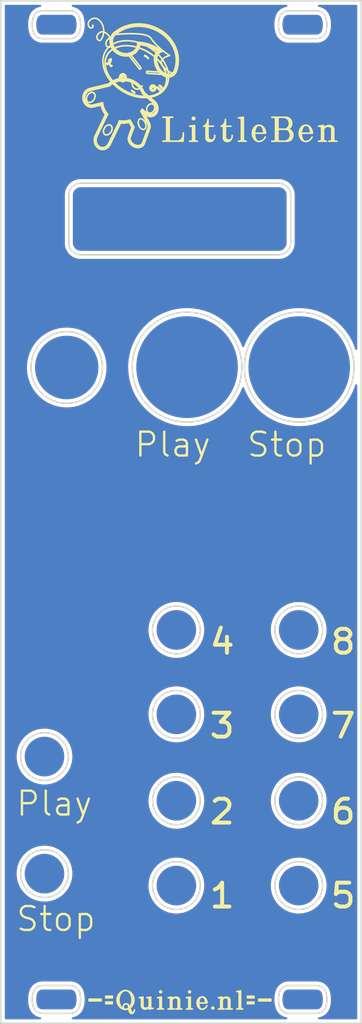
<source format=kicad_pcb>
(kicad_pcb (version 20211014) (generator pcbnew)
  (layers (0 "F.Cu" signal) (31 "B.Cu" signal) (34 "B.Paste" user) (35 "F.Paste" user) (36 "B.SilkS" user "B.Silkscreen") (37 "F.SilkS" user "F.Silkscreen") (38 "B.Mask" user) (39 "F.Mask" user) (44 "Edge.Cuts" user))
  (net 0 "")
  (gr_line (start 45.209972 36.281539) (end 43.940987 38.902971) (layer "F.SilkS") (width 0.2))
  (gr_arc (start 60.685998 148.429497) (mid 60.637775 148.546795) (end 60.520477 148.595018) (layer "F.SilkS") (width 0.2))
  (gr_curve (pts (xy 51.760706 30.633543) (xy 52.118077 31.202907) (xy 52.655242 31.556159) (xy 53.162652 31.556159)) (layer "F.SilkS") (width 0.2))
  (gr_line (start 56.298691 39.40452) (end 56.424101 39.40452) (layer "F.SilkS") (width 0.2))
  (gr_line (start 55.7921 148.4275) (end 55.88669 148.4275) (layer "F.SilkS") (width 0.2))
  (gr_curve (pts (xy 47.770313 31.83399) (xy 47.828981 31.654559) (xy 47.791184 31.450337) (xy 47.674548 31.316552)) (layer "F.SilkS") (width 0.2))
  (gr_arc (start 62.096794 36.709064) (mid 62.252326 36.773005) (end 62.316267 36.928538) (layer "F.SilkS") (width 0.2))
  (gr_line (start 51.184165 33.329681) (end 51.184165 33.329681) (layer "F.SilkS") (width 0.2))
  (gr_line (start 64.58635 147.46002) (end 65.98146 147.46002) (layer "F.SilkS") (width 0.2))
  (gr_curve (pts (xy 50.938673 33.221287) (xy 51.004561 33.28749) (xy 51.092974 33.323554) (xy 51.184463 33.321547)) (layer "F.SilkS") (width 0.2))
  (gr_line (start 46.885191 37.276975) (end 45.612734 39.906377) (layer "F.SilkS") (width 0.2))
  (gr_curve (pts (xy 53.34023 26.717803) (xy 52.558698 25.788136) (xy 51.444485 25.166948) (xy 50.201441 24.968816)) (layer "F.SilkS") (width 0.2))
  (gr_arc (start 67.143359 39.625997) (mid 66.987858 39.562038) (end 66.923884 39.406523) (layer "F.SilkS") (width 0.2))
  (gr_curve (pts (xy 47.607448 31.812531) (xy 47.638953 31.722407) (xy 47.618966 31.619849) (xy 47.556806 31.552678)) (layer "F.SilkS") (width 0.2))
  (gr_curve (pts (xy 47.298836 31.425351) (xy 47.200102 31.475001) (xy 47.137157 31.588243) (xy 47.139351 31.712273)) (layer "F.SilkS") (width 0.2))
  (gr_curve (pts (xy 51.864847 30.55281) (xy 52.146566 31.000897) (xy 52.556799 31.315369) (xy 52.962284 31.394693)) (layer "F.SilkS") (width 0.2))
  (gr_line (start 72.033021 39.626) (end 72.189791 39.626) (layer "F.SilkS") (width 0.2))
  (gr_line (start 45.24777 146.9841) (end 46.07537 146.9841) (layer "F.SilkS") (width 0.2))
  (gr_arc (start 62.128103 148.429504) (mid 62.095333 148.510124) (end 62.033518 148.571379) (layer "F.SilkS") (width 0.2))
  (gr_arc (start 52.009226 147.173265) (mid 52.074857 147.225863) (end 52.127456 147.291495) (layer "F.SilkS") (width 0.2))
  (gr_line (start 54.70469 148.59302) (end 54.82292 148.59302) (layer "F.SilkS") (width 0.2))
  (gr_arc (start 50.590773 148.402849) (mid 50.431583 148.472297) (end 50.259732 148.497432) (layer "F.SilkS") (width 0.2))
  (gr_curve (pts (xy 51.056591 32.680966) (xy 50.942417 32.732917) (xy 50.869492 32.850912) (xy 50.87182 32.979932)) (layer "F.SilkS") (width 0.2))
  (gr_line (start 50.593472 37.071865) (end 50.054484 36.118231) (layer "F.SilkS") (width 0.2))
  (gr_arc (start 56.173268 39.404523) (mid 56.109326 39.560056) (end 55.953793 39.623997) (layer "F.SilkS") (width 0.2))
  (gr_arc (start 55.650226 147.174265) (mid 55.715857 147.226863) (end 55.768456 147.292495) (layer "F.SilkS") (width 0.2))
  (gr_curve (pts (xy 47.661808 31.819497) (xy 47.702333 31.699763) (xy 47.67637 31.563528) (xy 47.596025 31.474319)) (layer "F.SilkS") (width 0.2))
  (gr_curve (pts (xy 51.393418 32.742601) (xy 51.303704 32.653342) (xy 51.170765 32.629016) (xy 51.056591 32.680966)) (layer "F.SilkS") (width 0.2))
  (gr_line (start 50.610653 29.216427) (end 50.580542 29.261416) (layer "F.SilkS") (width 0.2))
  (gr_curve (pts (xy 50.901119 32.988251) (xy 50.903965 33.147489) (xy 51.031668 33.273797) (xy 51.186351 33.270368)) (layer "F.SilkS") (width 0.2))
  (gr_line (start 52.03287 148.56837) (end 52.26933 148.56837) (layer "F.SilkS") (width 0.2))
  (gr_line (start 51.187161 33.254376) (end 51.187161 33.254376) (layer "F.SilkS") (width 0.2))
  (gr_line (start 60.184981 37.46156) (end 60.184981 39.12333) (layer "F.SilkS") (width 0.2))
  (gr_curve (pts (xy 45.052636 25.933738) (xy 44.685452 25.790604) (xy 44.283449 26.005305) (xy 44.154618 26.414259)) (layer "F.SilkS") (width 0.2))
  (gr_arc (start 72.189794 37.744754) (mid 72.34533 37.808695) (end 72.409267 37.964228) (layer "F.SilkS") (width 0.2))
  (gr_arc (start 59.905694 147.460021) (mid 60.258052 147.134474) (end 60.733293 147.199919) (layer "F.SilkS") (width 0.2))
  (gr_curve (pts (xy 50.264376 36.295886) (xy 50.44575 36.449275) (xy 50.667864 36.53394) (xy 50.890685 36.53394)) (layer "F.SilkS") (width 0.2))
  (gr_curve (pts (xy 49.76749 38.097556) (xy 49.964331 38.213183) (xy 50.154364 38.16878) (xy 50.248978 37.985051)) (layer "F.SilkS") (width 0.2))
  (gr_line (start 59.551 147.17627) (end 59.43277 147.17627) (layer "F.SilkS") (width 0.2))
  (gr_line (start 51.185254 33.299499) (end 51.185254 33.299499) (layer "F.SilkS") (width 0.2))
  (gr_line (start 63.90137 147.93294) (end 63.90137 147.72012) (layer "F.SilkS") (width 0.2))
  (gr_line (start 65.98146 147.46002) (end 66.02875 147.57825) (layer "F.SilkS") (width 0.2))
  (gr_arc (start 50.708992 148.23733) (mid 50.588901 148.411135) (end 50.425243 148.544724) (layer "F.SilkS") (width 0.2))
  (gr_line (start 66.767101 39.46923) (end 66.767101 36.77277) (layer "F.SilkS") (width 0.2))
  (gr_curve (pts (xy 49.84217 27.538885) (xy 50.55533 27.652052) (xy 51.224491 27.919283) (xy 51.80154 28.317661)) (layer "F.SilkS") (width 0.2))
  (gr_curve (pts (xy 51.274982 35.039015) (xy 51.132872 34.902254) (xy 50.91455 34.895229) (xy 50.721819 35.021215)) (layer "F.SilkS") (width 0.2))
  (gr_curve (pts (xy 52.716432 32.730964) (xy 52.272287 33.643638) (xy 51.161818 34.123504) (xy 49.803328 33.9898)) (layer "F.SilkS") (width 0.2))
  (gr_curve (pts (xy 50.852316 32.974762) (xy 50.853926 33.064879) (xy 50.889847 33.150543) (xy 50.952176 33.212909)) (layer "F.SilkS") (width 0.2))
  (gr_line (start 59.8111 147.15262) (end 59.8111 148.4295) (layer "F.SilkS") (width 0.2))
  (gr_curve (pts (xy 43.226529 25.346042) (xy 43.34808 25.449691) (xy 43.521859 25.423602) (xy 43.614605 25.288577)) (layer "F.SilkS") (width 0.2))
  (gr_curve (pts (xy 47.128329 31.998193) (xy 47.203119 32.083832) (xy 47.303324 32.130661) (xy 47.406899 32.128376)) (layer "F.SilkS") (width 0.2))
  (gr_line (start 48.33424 39.121541) (end 48.795294 37.858118) (layer "F.SilkS") (width 0.2))
  (gr_curve (pts (xy 49.791455 35.885136) (xy 49.811293 35.848471) (xy 49.819264 35.834479) (xy 49.845478 35.786124)) (layer "F.SilkS") (width 0.2))
  (gr_curve (pts (xy 47.082914 31.694423) (xy 47.086504 31.901549) (xy 47.232522 32.066382) (xy 47.409054 32.062586)) (layer "F.SilkS") (width 0.2))
  (gr_curve (pts (xy 45.386094 31.362598) (xy 45.909571 32.287911) (xy 46.794639 33.093052) (xy 47.846594 33.6009)) (layer "F.SilkS") (width 0.2))
  (gr_curve (pts (xy 51.39335 33.080439) (xy 51.426612 32.995238) (xy 51.405643 32.898486) (xy 51.340219 32.8353)) (layer "F.SilkS") (width 0.2))
  (gr_arc (start 52.056518 148.426497) (mid 52.008295 148.543795) (end 51.890997 148.592018) (layer "F.SilkS") (width 0.2))
  (gr_line (start 52.1511 147.14962) (end 52.1511 148.4265) (layer "F.SilkS") (width 0.2))
  (gr_curve (pts (xy 45.850689 38.545893) (xy 45.961214 38.4035) (xy 46.030175 38.23128) (xy 46.042401 38.067118)) (layer "F.SilkS") (width 0.2))
  (gr_line (start 74.165101 39.626) (end 74.321871 39.626) (layer "F.SilkS") (width 0.2))
  (gr_line (start 52.693211 39.624) (end 52.442371 39.624) (layer "F.SilkS") (width 0.2))
  (gr_curve (pts (xy 47.68604 31.29413) (xy 47.564234 31.153991) (xy 47.384075 31.115207) (xy 47.22957 31.195862)) (layer "F.SilkS") (width 0.2))
  (gr_curve (pts (xy 51.414989 35.417882) (xy 51.41853 35.264975) (xy 51.368168 35.128693) (xy 51.274982 35.039015)) (layer "F.SilkS") (width 0.2))
  (gr_curve (pts (xy 46.652418 25.903419) (xy 46.263077 26.126934) (xy 46.012695 26.481596) (xy 45.947805 26.90289)) (layer "F.SilkS") (width 0.2))
  (gr_curve (pts (xy 47.101379 31.700891) (xy 47.103014 31.79428) (xy 47.136392 31.883154) (xy 47.194169 31.94796)) (layer "F.SilkS") (width 0.2))
  (gr_curve (pts (xy 51.429112 32.680013) (xy 51.323246 32.573254) (xy 51.166393 32.544107) (xy 51.031692 32.606162)) (layer "F.SilkS") (width 0.2))
  (gr_curve (pts (xy 51.358285 32.804476) (xy 51.284854 32.732563) (xy 51.175979 32.712947) (xy 51.082427 32.754777)) (layer "F.SilkS") (width 0.2))
  (gr_arc (start 61.15696 38.997915) (mid 61.064254 39.341945) (end 60.812065 39.593641) (layer "F.SilkS") (width 0.2))
  (gr_line (start 49.92869 147.10233) (end 49.45577 147.17327) (layer "F.SilkS") (width 0.2))
  (gr_line (start 59.90569 147.10533) (end 59.90569 148.4295) (layer "F.SilkS") (width 0.2))
  (gr_curve (pts (xy 48.670793 37.870693) (xy 48.631826 37.977499) (xy 48.231172 39.075843) (xy 48.231172 39.075843)) (layer "F.SilkS") (width 0.2))
  (gr_curve (pts (xy 47.739329 31.829487) (xy 47.792838 31.667049) (xy 47.75845 31.482159) (xy 47.652202 31.361032)) (layer "F.SilkS") (width 0.2))
  (gr_arc (start 73.757502 37.776112) (mid 73.895009 37.92486) (end 73.945624 38.121004) (layer "F.SilkS") (width 0.2))
  (gr_line (start 55.7921 146.37031) (end 55.7921 146.55948) (layer "F.SilkS") (width 0.2))
  (gr_arc (start 48.250038 148.379209) (mid 47.729829 148.641361) (end 47.209621 148.379208) (layer "F.SilkS") (width 0.2))
  (gr_curve (pts (xy 51.740702 32.808142) (xy 51.740702 32.808142) (xy 52.205121 33.153357) (xy 52.171467 33.207911)) (layer "F.SilkS") (width 0.2))
  (gr_curve (pts (xy 48.804345 40.31323) (xy 48.966413 40.386913) (xy 49.139286 40.425703) (xy 49.303656 40.425703)) (layer "F.SilkS") (width 0.2))
  (gr_arc (start 53.069457 36.833476) (mid 53.125623 36.720897) (end 53.226227 36.645351) (layer "F.SilkS") (width 0.2))
  (gr_line (start 55.7921 147.15062) (end 55.7921 148.4275) (layer "F.SilkS") (width 0.2))
  (gr_curve (pts (xy 45.823089 27.719741) (xy 46.053212 26.989616) (xy 45.708502 26.19004) (xy 45.052636 25.933738)) (layer "F.SilkS") (width 0.2))
  (gr_line (start 50.75629 147.2915) (end 50.709 147.33879) (layer "F.SilkS") (width 0.2))
  (gr_curve (pts (xy 48.234892 37.100028) (xy 48.295999 37.208251) (xy 48.62173 37.783726) (xy 48.670793 37.870693)) (layer "F.SilkS") (width 0.2))
  (gr_curve (pts (xy 51.031692 32.606162) (xy 50.896992 32.668217) (xy 50.810971 32.809254) (xy 50.813742 32.963507)) (layer "F.SilkS") (width 0.2))
  (gr_line (start 54.35 148.56937) (end 54.53917 148.56937) (layer "F.SilkS") (width 0.2))
  (gr_curve (pts (xy 47.185708 31.727112) (xy 47.186872 31.793578) (xy 47.211395 31.856813) (xy 47.253882 31.902907)) (layer "F.SilkS") (width 0.2))
  (gr_curve (pts (xy 47.596025 31.474319) (xy 47.51568 31.38511) (xy 47.396775 31.360494) (xy 47.294757 31.411951)) (layer "F.SilkS") (width 0.2))
  (gr_curve (pts (xy 50.580542 29.261416) (xy 50.580896 29.261416) (xy 50.223106 28.906106) (xy 50.133304 28.937811)) (layer "F.SilkS") (width 0.2))
  (gr_line (start 49.92869 148.16639) (end 49.92869 147.10233) (layer "F.SilkS") (width 0.2))
  (gr_curve (pts (xy 51.506919 33.093457) (xy 51.559182 32.953671) (xy 51.526032 32.794858) (xy 51.422926 32.691075)) (layer "F.SilkS") (width 0.2))
  (gr_line (start 60.16579 148.59502) (end 59.43277 148.59502) (layer "F.SilkS") (width 0.2))
  (gr_curve (pts (xy 51.188262 33.224539) (xy 51.279143 33.222515) (xy 51.360087 33.165641) (xy 51.39335 33.080439)) (layer "F.SilkS") (width 0.2))
  (gr_curve (pts (xy 47.556806 31.552678) (xy 47.494646 31.485507) (xy 47.402554 31.466953) (xy 47.323473 31.505666)) (layer "F.SilkS") (width 0.2))
  (gr_curve (pts (xy 50.989051 33.011273) (xy 50.989998 33.062969) (xy 51.011646 33.112076) (xy 51.049231 33.147792)) (layer "F.SilkS") (width 0.2))
  (gr_arc (start 57.021524 147.293503) (mid 57.38803 147.08572) (end 57.754536 147.293504) (layer "F.SilkS") (width 0.2))
  (gr_line (start 62.38821 148.59502) (end 62.48279 148.59502) (layer "F.SilkS") (width 0.2))
  (gr_curve (pts (xy 50.998249 33.014227) (xy 50.99912 33.063212) (xy 51.019727 33.109755) (xy 51.055538 33.143616)) (layer "F.SilkS") (width 0.2))
  (gr_line (start 47.409054 32.062586) (end 47.409054 32.062586) (layer "F.SilkS") (width 0.2))
  (gr_line (start 45.24777 147.19692) (end 45.24777 146.9841) (layer "F.SilkS") (width 0.2))
  (gr_arc (start 68.115337 38.121009) (mid 68.392834 38.193095) (end 68.617 38.37184) (layer "F.SilkS") (width 0.2))
  (gr_line (start 50.570959 37.95217) (end 49.88797 39.8249) (layer "F.SilkS") (width 0.2))
  (gr_curve (pts (xy 47.428886 28.747769) (xy 47.955288 28.848245) (xy 48.476943 28.732609) (xy 48.859637 28.430829)) (layer "F.SilkS") (width 0.2))
  (gr_line (start 45.341319 29.87733) (end 45.393864 29.977453) (layer "F.SilkS") (width 0.2))
  (gr_arc (start 53.226235 36.833478) (mid 53.290162 36.677919) (end 53.445708 36.614004) (layer "F.SilkS") (width 0.2))
  (gr_curve (pts (xy 51.063268 33.138416) (xy 51.097325 33.170328) (xy 51.143053 33.187667) (xy 51.190392 33.186618)) (layer "F.SilkS") (width 0.2))
  (gr_arc (start 49.692232 147.173274) (mid 49.758608 147.217122) (end 49.786816 147.291504) (layer "F.SilkS") (width 0.2))
  (gr_arc (start 54.704684 148.593018) (mid 54.587385 148.544796) (end 54.539162 148.427498) (layer "F.SilkS") (width 0.2))
  (gr_curve (pts (xy 51.967722 30.472782) (xy 51.745196 30.119177) (xy 51.634408 29.726792) (xy 51.635041 29.37636)) (layer "F.SilkS") (width 0.2))
  (gr_curve (pts (xy 47.602014 31.463327) (xy 47.519128 31.370893) (xy 47.396411 31.345314) (xy 47.291084 31.398518)) (layer "F.SilkS") (width 0.2))
  (gr_arc (start 57.423495 148.617665) (mid 57.248664 148.602956) (end 57.092452 148.523081) (layer "F.SilkS") (width 0.2))
  (gr_curve (pts (xy 51.187161 33.254376) (xy 51.29289 33.252009) (xy 51.387034 33.184779) (xy 51.425693 33.084035)) (layer "F.SilkS") (width 0.2))
  (gr_curve (pts (xy 45.612734 39.906377) (xy 45.451197 40.238484) (xy 45.148847 40.4296) (xy 44.842423 40.4296)) (layer "F.SilkS") (width 0.2))
  (gr_curve (pts (xy 47.407371 32.111919) (xy 47.558157 32.108643) (xy 47.692207 31.997827) (xy 47.747014 31.831144)) (layer "F.SilkS") (width 0.2))
  (gr_curve (pts (xy 47.409462 32.046457) (xy 47.531576 32.043804) (xy 47.640163 31.955621) (xy 47.68459 31.823026)) (layer "F.SilkS") (width 0.2))
  (gr_curve (pts (xy 53.940386 30.951188) (xy 53.940386 30.945548) (xy 54.079979 30.576431) (xy 54.079979 30.576078)) (layer "F.SilkS") (width 0.2))
  (gr_curve (pts (xy 47.412223 31.980782) (xy 47.505665 31.978762) (xy 47.588794 31.913134) (xy 47.622847 31.8145)) (layer "F.SilkS") (width 0.2))
  (gr_curve (pts (xy 43.108252 34.752206) (xy 43.304226 34.795531) (xy 43.541819 34.682127) (xy 43.710243 34.464873)) (layer "F.SilkS") (width 0.2))
  (gr_line (start 63.07377 147.19992) (end 63.07377 146.9871) (layer "F.SilkS") (width 0.2))
  (gr_line (start 72.534691 39.40652) (end 72.6601 39.40652) (layer "F.SilkS") (width 0.2))
  (gr_curve (pts (xy 46.130368 32.082758) (xy 45.216023 31.036381) (xy 44.926367 29.829555) (xy 45.370512 28.916881)) (layer "F.SilkS") (width 0.2))
  (gr_line (start 49.69223 147.17327) (end 49.8341 147.14962) (layer "F.SilkS") (width 0.2))
  (gr_curve (pts (xy 51.098987 32.804234) (xy 51.019173 32.839369) (xy 50.968158 32.919072) (xy 50.969731 33.006178)) (layer "F.SilkS") (width 0.2))
  (gr_curve (pts (xy 50.980203 33.194277) (xy 51.03547 33.249038) (xy 51.109617 33.278829) (xy 51.186333 33.277094)) (layer "F.SilkS") (width 0.2))
  (gr_line (start 66.923871 38.121) (end 67.895851 38.121) (layer "F.SilkS") (width 0.2))
  (gr_arc (start 57.4235 148.617662) (mid 57.178665 148.589734) (end 56.974232 148.452142) (layer "F.SilkS") (width 0.2))
  (gr_curve (pts (xy 47.449777 28.608865) (xy 46.641023 28.454802) (xy 46.053529 27.80259) (xy 46.058277 27.104899)) (layer "F.SilkS") (width 0.2))
  (gr_line (start 47.396742 31.877711) (end 47.396742 31.877711) (layer "F.SilkS") (width 0.2))
  (gr_line (start 51.186333 33.277094) (end 51.186333 33.277094) (layer "F.SilkS") (width 0.2))
  (gr_curve (pts (xy 51.334356 32.845668) (xy 51.271696 32.785452) (xy 51.178801 32.769099) (xy 51.098987 32.804234)) (layer "F.SilkS") (width 0.2))
  (gr_curve (pts (xy 51.1161 32.853139) (xy 51.049883 32.881569) (xy 51.00753 32.946025) (xy 51.008789 33.016451)) (layer "F.SilkS") (width 0.2))
  (gr_line (start 59.777371 37.74375) (end 60.059561 37.74375) (layer "F.SilkS") (width 0.2))
  (gr_curve (pts (xy 53.540282 27.202202) (xy 52.793886 26.092737) (xy 51.570467 25.329119) (xy 50.183715 25.108072)) (layer "F.SilkS") (width 0.2))
  (gr_line (start 51.77277 148.59202) (end 51.891 148.59202) (layer "F.SilkS") (width 0.2))
  (gr_curve (pts (xy 52.028181 28.485474) (xy 52.043375 28.47525) (xy 52.058885 28.465731) (xy 52.074395 28.456565)) (layer "F.SilkS") (width 0.2))
  (gr_curve (pts (xy 45.055258 28.666853) (xy 44.743611 29.467596) (xy 44.862617 30.437285) (xy 45.386094 31.362598)) (layer "F.SilkS") (width 0.2))
  (gr_line (start 59.71652 148.4295) (end 59.71652 147.34179) (layer "F.SilkS") (width 0.2))
  (gr_arc (start 72.660105 38.120998) (mid 73.127329 37.689362) (end 73.757495 37.776104) (layer "F.SilkS") (width 0.2))
  (gr_arc (start 57.865565 37.555626) (mid 57.793602 37.626364) (end 57.708793 37.681043) (layer "F.SilkS") (width 0.2))
  (gr_arc (start 56.298692 39.404518) (mid 56.254383 39.52699) (end 56.141918 39.592646) (layer "F.SilkS") (width 0.2))
  (gr_line (start 46.02808 147.81171) (end 45.31871 147.81171) (layer "F.SilkS") (width 0.2))
  (gr_curve (pts (xy 42.509898 34.397828) (xy 42.62099 34.967458) (xy 43.127475 35.330562) (xy 43.63869 35.208346)) (layer "F.SilkS") (width 0.2))
  (gr_line (start 73.945621 38.121) (end 73.945621 39.40652) (layer "F.SilkS") (width 0.2))
  (gr_curve (pts (xy 47.28206 31.371522) (xy 47.170196 31.428475) (xy 47.098885 31.55847) (xy 47.101379 31.700891)) (layer "F.SilkS") (width 0.2))
  (gr_line (start 47.412223 31.980782) (end 47.412223 31.980782) (layer "F.SilkS") (width 0.2))
  (gr_line (start 59.66923 147.17627) (end 59.8111 147.15262) (layer "F.SilkS") (width 0.2))
  (gr_curve (pts (xy 48.260116 27.655271) (xy 49.618606 27.788974) (xy 51.01873 28.515935) (xy 51.933075 29.562312)) (layer "F.SilkS") (width 0.2))
  (gr_line (start 52.02906 32.597365) (end 52.02906 32.597365) (layer "F.SilkS") (width 0.2))
  (gr_curve (pts (xy 51.055538 33.143616) (xy 51.091349 33.177477) (xy 51.139429 33.195883) (xy 51.189202 33.194786)) (layer "F.SilkS") (width 0.2))
  (gr_line (start 68.083981 38.121) (end 66.923871 38.121) (layer "F.SilkS") (width 0.2))
  (gr_curve (pts (xy 47.045639 31.683182) (xy 47.047598 31.79452) (xy 47.086888 31.900481) (xy 47.154865 31.977755)) (layer "F.SilkS") (width 0.2))
  (gr_arc (start 48.7466 149.01764) (mid 48.564047 149.033559) (end 48.43921 148.899414) (layer "F.SilkS") (width 0.2))
  (gr_arc (start 60.059565 37.555626) (mid 59.987602 37.626364) (end 59.902793 37.681043) (layer "F.SilkS") (width 0.2))
  (gr_curve (pts (xy 51.381578 32.762816) (xy 51.297294 32.679302) (xy 51.172414 32.656573) (xy 51.065168 32.705227)) (layer "F.SilkS") (width 0.2))
  (gr_curve (pts (xy 51.048127 32.656374) (xy 50.927142 32.71167) (xy 50.84986 32.837331) (xy 50.852316 32.974762)) (layer "F.SilkS") (width 0.2))
  (gr_curve (pts (xy 51.399378 32.7319) (xy 51.306993 32.639666) (xy 51.170093 32.614508) (xy 51.052514 32.668159)) (layer "F.SilkS") (width 0.2))
  (gr_arc (start 51.890997 147.173273) (mid 52.008295 147.221495) (end 52.056517 147.338793) (layer "F.SilkS") (width 0.2))
  (gr_curve (pts (xy 47.064403 31.688897) (xy 47.066219 31.794252) (xy 47.103505 31.894532) (xy 47.168057 31.967676)) (layer "F.SilkS") (width 0.2))
  (gr_curve (pts (xy 48.589399 27.059531) (xy 46.92538 26.811321) (xy 45.530527 27.445697) (xy 45.055258 28.666853)) (layer "F.SilkS") (width 0.2))
  (gr_curve (pts (xy 51.690045 35.399994) (xy 51.657808 35.139268) (xy 51.527091 34.894483) (xy 51.331723 34.729227)) (layer "F.SilkS") (width 0.2))
  (gr_curve (pts (xy 47.073481 31.691779) (xy 47.075255 31.794142) (xy 47.111566 31.891569) (xy 47.174427 31.962627)) (layer "F.SilkS") (width 0.2))
  (gr_arc (start 60.184986 37.461564) (mid 60.135241 37.578712) (end 60.059568 37.681044) (layer "F.SilkS") (width 0.2))
  (gr_line (start 73.820211 39.40652) (end 73.945621 39.40652) (layer "F.SilkS") (width 0.2))
  (gr_arc (start 60.73329 147.19992) (mid 60.836996 147.312098) (end 60.875164 147.460023) (layer "F.SilkS") (width 0.2))
  (gr_curve (pts (xy 47.148189 31.982348) (xy 47.217859 32.061775) (xy 47.311226 32.105218) (xy 47.407751 32.103121)) (layer "F.SilkS") (width 0.2))
  (gr_line (start 66.610331 36.83548) (end 66.610331 39.40652) (layer "F.SilkS") (width 0.2))
  (gr_curve (pts (xy 47.406899 32.128376) (xy 47.564853 32.124892) (xy 47.705239 32.008392) (xy 47.762594 31.8332)) (layer "F.SilkS") (width 0.2))
  (gr_arc (start 54.539164 148.569377) (mid 54.467295 148.514824) (end 54.44458 148.427501) (layer "F.SilkS") (width 0.2))
  (gr_curve (pts (xy 43.43831 35.108448) (xy 43.051808 35.108448) (xy 42.703919 34.809641) (xy 42.618457 34.371614)) (layer "F.SilkS") (width 0.2))
  (gr_curve (pts (xy 52.424046 31.236523) (xy 52.470275 31.239357) (xy 52.510836 31.183209) (xy 52.514556 31.110943)) (layer "F.SilkS") (width 0.2))
  (gr_curve (pts (xy 50.166249 25.247261) (xy 48.862973 25.040044) (xy 47.62718 25.356635) (xy 46.712336 26.026818)) (layer "F.SilkS") (width 0.2))
  (gr_line (start 47.458204 31.754433) (end 47.458204 31.754433) (layer "F.SilkS") (width 0.2))
  (gr_curve (pts (xy 44.026768 39.49421) (xy 44.027069 39.334975) (xy 44.062529 39.171667) (xy 44.136053 39.019695)) (layer "F.SilkS") (width 0.2))
  (gr_line (start 53.226231 39.40452) (end 53.226231 36.83348) (layer "F.SilkS") (width 0.2))
  (gr_arc (start 55.531997 147.174273) (mid 55.649295 147.222495) (end 55.697517 147.339793) (layer "F.SilkS") (width 0.2))
  (gr_curve (pts (xy 45.248661 38.832978) (xy 45.444527 38.876353) (xy 45.682135 38.763046) (xy 45.850689 38.545893)) (layer "F.SilkS") (width 0.2))
  (gr_curve (pts (xy 42.599523 34.171818) (xy 42.60016 33.742116) (xy 42.86891 33.355986) (xy 43.261416 33.260871)) (layer "F.SilkS") (width 0.2))
  (gr_line (start 50.948073 26.712251) (end 50.948073 26.712251) (layer "F.SilkS") (width 0.2))
  (gr_curve (pts (xy 50.330797 36.197228) (xy 50.720824 36.526855) (xy 51.262645 36.465571) (xy 51.538427 36.061551)) (layer "F.SilkS") (width 0.2))
  (gr_line (start 73.694791 39.40652) (end 73.694791 38.121) (layer "F.SilkS") (width 0.2))
  (gr_curve (pts (xy 51.80154 28.317661) (xy 51.535331 28.549637) (xy 51.386875 28.915581) (xy 51.382127 29.355207)) (layer "F.SilkS") (width 0.2))
  (gr_curve (pts (xy 51.007974 33.175655) (xy 51.056125 33.22281) (xy 51.120757 33.248481) (xy 51.187652 33.247021)) (layer "F.SilkS") (width 0.2))
  (gr_arc (start 57.754543 147.293502) (mid 57.880312 147.527446) (end 57.920063 147.790063) (layer "F.SilkS") (width 0.2))
  (gr_line (start 72.6601 39.40652) (end 72.6601 38.121) (layer "F.SilkS") (width 0.2))
  (gr_curve (pts (xy 51.340219 32.8353) (xy 51.274796 32.772114) (xy 51.177802 32.754937) (xy 51.094467 32.791779)) (layer "F.SilkS") (width 0.2))
  (gr_arc (start 60.567769 147.247209) (mid 60.653693 147.338719) (end 60.685996 147.460019) (layer "F.SilkS") (width 0.2))
  (gr_curve (pts (xy 49.511705 27.498342) (xy 49.624709 27.508213) (xy 49.735497 27.52161) (xy 49.84217 27.538885)) (layer "F.SilkS") (width 0.2))
  (gr_line (start 47.406899 32.128376) (end 47.406899 32.128376) (layer "F.SilkS") (width 0.2))
  (gr_line (start 45.709461 39.965182) (end 46.982096 37.335602) (layer "F.SilkS") (width 0.2))
  (gr_line (start 47.411248 32.01308) (end 47.411248 32.01308) (layer "F.SilkS") (width 0.2))
  (gr_curve (pts (xy 51.450212 33.086752) (xy 51.49295 32.97418) (xy 51.465862 32.846329) (xy 51.381578 32.762816)) (layer "F.SilkS") (width 0.2))
  (gr_arc (start 47.11504 148.355559) (mid 46.78251 147.45702) (end 47.11504 146.558481) (layer "F.SilkS") (width 0.2))
  (gr_curve (pts (xy 49.250878 27.531834) (xy 49.149902 28.192155) (xy 48.530754 28.642005) (xy 47.796703 28.642005)) (layer "F.SilkS") (width 0.2))
  (gr_curve (pts (xy 47.612423 31.440706) (xy 47.524312 31.341875) (xy 47.393924 31.31457) (xy 47.28206 31.371522)) (layer "F.SilkS") (width 0.2))
  (gr_line (start 45.31871 147.10233) (end 46.02808 147.10233) (layer "F.SilkS") (width 0.2))
  (gr_line (start 47.412262 31.972896) (end 47.412262 31.972896) (layer "F.SilkS") (width 0.2))
  (gr_line (start 51.186351 33.270368) (end 51.186351 33.270368) (layer "F.SilkS") (width 0.2))
  (gr_curve (pts (xy 45.915881 37.670535) (xy 45.773694 37.533639) (xy 45.543974 37.541032) (xy 45.333839 37.689267)) (layer "F.SilkS") (width 0.2))
  (gr_curve (pts (xy 49.303656 40.425703) (xy 49.676502 40.425703) (xy 49.978498 40.231044) (xy 50.092743 39.918421)) (layer "F.SilkS") (width 0.2))
  (gr_arc (start 52.1511 146.558479) (mid 52.032871 146.44025) (end 52.1511 146.322021) (layer "F.SilkS") (width 0.2))
  (gr_curve (pts (xy 48.143496 39.633075) (xy 48.253667 39.924797) (xy 48.494555 40.172594) (xy 48.804345 40.31323)) (layer "F.SilkS") (width 0.2))
  (gr_arc (start 61.040684 148.595018) (mid 60.923385 148.546796) (end 60.875162 148.429498) (layer "F.SilkS") (width 0.2))
  (gr_curve (pts (xy 49.845478 35.786124) (xy 49.980978 35.900723) (xy 50.330797 36.197228) (xy 50.330797 36.197228)) (layer "F.SilkS") (width 0.2))
  (gr_arc (start 57.990986 37.461564) (mid 57.941241 37.578712) (end 57.865568 37.681044) (layer "F.SilkS") (width 0.2))
  (gr_curve (pts (xy 52.289609 32.991465) (xy 52.289609 32.991465) (xy 52.032779 32.686458) (xy 51.991332 32.68575)) (layer "F.SilkS") (width 0.2))
  (gr_arc (start 53.687917 147.292505) (mid 53.951837 147.176789) (end 54.23177 147.245213) (layer "F.SilkS") (width 0.2))
  (gr_line (start 55.88669 147.10333) (end 55.88669 148.4275) (layer "F.SilkS") (width 0.2))
  (gr_curve (pts (xy 51.073329 32.730141) (xy 50.972872 32.775387) (xy 50.908688 32.878136) (xy 50.910705 32.990476)) (layer "F.SilkS") (width 0.2))
  (gr_line (start 52.05652 148.4265) (end 52.05652 147.33879) (layer "F.SilkS") (width 0.2))
  (gr_arc (start 64.165338 39.531936) (mid 63.835852 38.73302) (end 64.071274 37.901521) (layer "F.SilkS") (width 0.2))
  (gr_curve (pts (xy 43.851097 39.847217) (xy 43.931493 40.147088) (xy 44.110034 40.392936) (xy 44.353756 40.538886)) (layer "F.SilkS") (width 0.2))
  (gr_line (start 50.385528 30.972432) (end 50.385528 30.972432) (layer "F.SilkS") (width 0.2))
  (gr_arc (start 53.569691 147.458026) (mid 53.620334 147.369215) (end 53.687919 147.292506) (layer "F.SilkS") (width 0.2))
  (gr_curve (pts (xy 51.02187 33.166212) (xy 51.066518 33.209533) (xy 51.126447 33.233102) (xy 51.188474 33.231734)) (layer "F.SilkS") (width 0.2))
  (gr_curve (pts (xy 49.375593 25.185633) (xy 49.634521 25.185633) (xy 49.898197 25.206081) (xy 50.165672 25.248386)) (layer "F.SilkS") (width 0.2))
  (gr_curve (pts (xy 51.353376 33.075473) (xy 51.37984 33.009795) (xy 51.363231 32.93524) (xy 51.311293 32.886572)) (layer "F.SilkS") (width 0.2))
  (gr_curve (pts (xy 49.376543 27.555807) (xy 49.376543 27.555807) (xy 49.377809 27.450043) (xy 49.379392 27.353092)) (layer "F.SilkS") (width 0.2))
  (gr_curve (pts (xy 49.860529 27.398924) (xy 50.668334 27.527603) (xy 51.415047 27.857235) (xy 52.046856 28.340577)) (layer "F.SilkS") (width 0.2))
  (gr_arc (start 50.330663 148.544727) (mid 49.991617 148.494457) (end 49.834103 148.190042) (layer "F.SilkS") (width 0.2))
  (gr_line (start 52.881331 39.59265) (end 53.257581 39.59265) (layer "F.SilkS") (width 0.2))
  (gr_curve (pts (xy 42.401959 34.423511) (xy 42.507365 34.963207) (xy 42.943249 35.355359) (xy 43.438327 35.355359)) (layer "F.SilkS") (width 0.2))
  (gr_curve (pts (xy 45.931978 27.111245) (xy 45.931978 27.873452) (xy 46.562522 28.582777) (xy 47.428886 28.747769)) (layer "F.SilkS") (width 0.2))
  (gr_line (start 43.261416 33.260871) (end 45.689252 32.676716) (layer "F.SilkS") (width 0.2))
  (gr_curve (pts (xy 46.982096 37.335602) (xy 46.982096 37.335602) (xy 47.008664 37.261565) (xy 47.032044 37.196029)) (layer "F.SilkS") (width 0.2))
  (gr_curve (pts (xy 51.189469 33.201719) (xy 51.269087 33.19991) (xy 51.339994 33.150788) (xy 51.369128 33.07726)) (layer "F.SilkS") (width 0.2))
  (gr_line (start 54.44458 147.50531) (end 54.44458 148.4275) (layer "F.SilkS") (width 0.2))
  (gr_curve (pts (xy 51.189383 33.20926) (xy 51.272841 33.207382) (xy 51.347174 33.155707) (xy 51.377721 33.078333)) (layer "F.SilkS") (width 0.2))
  (gr_line (start 64.541581 39.65735) (end 64.604291 39.65735) (layer "F.SilkS") (width 0.2))
  (gr_line (start 51.189383 33.20926) (end 51.189383 33.20926) (layer "F.SilkS") (width 0.2))
  (gr_curve (pts (xy 47.65775 31.350438) (xy 47.548911 31.22614) (xy 47.387897 31.191746) (xy 47.249788 31.263296)) (layer "F.SilkS") (width 0.2))
  (gr_arc (start 72.660105 38.120999) (mid 72.727255 38.003234) (end 72.816876 37.901519) (layer "F.SilkS") (width 0.2))
  (gr_line (start 60.07121 148.59502) (end 60.16579 148.59502) (layer "F.SilkS") (width 0.2))
  (gr_line (start 63.14471 147.81471) (end 63.07377 147.93294) (layer "F.SilkS") (width 0.2))
  (gr_curve (pts (xy 54.095208 29.922796) (xy 54.377189 27.731776) (xy 52.617819 25.638704) (xy 50.166249 25.247261)) (layer "F.SilkS") (width 0.2))
  (gr_line (start 51.188474 33.231734) (end 51.188474 33.231734) (layer "F.SilkS") (width 0.2))
  (gr_line (start 61.940021 39.625) (end 62.096791 39.625) (layer "F.SilkS") (width 0.2))
  (gr_arc (start 50.543477 147.173273) (mid 50.660775 147.221495) (end 50.708997 147.338793) (layer "F.SilkS") (width 0.2))
  (gr_arc (start 60.310393 36.897189) (mid 60.239422 37.24715) (end 60.059559 37.555626) (layer "F.SilkS") (width 0.2))
  (gr_line (start 47.406151 32.144361) (end 47.406151 32.144361) (layer "F.SilkS") (width 0.2))
  (gr_line (start 45.807588 40.02381) (end 47.080222 37.394053) (layer "F.SilkS") (width 0.2))
  (gr_curve (pts (xy 50.68841 37.286539) (xy 50.66255 37.208605) (xy 50.631199 37.137755) (xy 50.593472 37.071865)) (layer "F.SilkS") (width 0.2))
  (gr_line (start 51.184731 33.314427) (end 51.184731 33.314427) (layer "F.SilkS") (width 0.2))
  (gr_arc (start 55.792101 148.427501) (mid 55.75868 148.519849) (end 55.673872 148.569374) (layer "F.SilkS") (width 0.2))
  (gr_curve (pts (xy 51.172271 32.613704) (xy 50.987 32.61779) (xy 50.839597 32.777966) (xy 50.843038 32.971465)) (layer "F.SilkS") (width 0.2))
  (gr_curve (pts (xy 47.410888 32.021317) (xy 47.52225 32.018885) (xy 47.621283 31.939231) (xy 47.661808 31.819497)) (layer "F.SilkS") (width 0.2))
  (gr_line (start 45.310933 36.332196) (end 44.038175 38.961599) (layer "F.SilkS") (width 0.2))
  (gr_curve (pts (xy 46.073787 26.670561) (xy 45.68951 26.604282) (xy 45.329923 26.898307) (xy 45.270731 27.325946)) (layer "F.SilkS") (width 0.2))
  (gr_line (start 51.189469 33.201719) (end 51.189469 33.201719) (layer "F.SilkS") (width 0.2))
  (gr_line (start 74.321871 39.626) (end 73.318541 39.626) (layer "F.SilkS") (width 0.2))
  (gr_arc (start 62.033518 148.429497) (mid 61.985295 148.546795) (end 61.867997 148.595018) (layer "F.SilkS") (width 0.2))
  (gr_curve (pts (xy 53.826116 30.890198) (xy 53.816936 30.91135) (xy 53.693803 31.067529) (xy 53.629546 31.117943)) (layer "F.SilkS") (width 0.2))
  (gr_line (start 54.35 148.4275) (end 54.35 147.45802) (layer "F.SilkS") (width 0.2))
  (gr_curve (pts (xy 52.657222 29.800787) (xy 51.858905 28.389659) (xy 50.253419 27.307742) (xy 48.589399 27.059531)) (layer "F.SilkS") (width 0.2))
  (gr_arc (start 64.60429 39.657363) (mid 64.279647 39.620316) (end 64.008557 39.437882) (layer "F.SilkS") (width 0.2))
  (gr_curve (pts (xy 47.692751 31.82362) (xy 47.738427 31.686759) (xy 47.709045 31.531042) (xy 47.618305 31.42908)) (layer "F.SilkS") (width 0.2))
  (gr_curve (pts (xy 51.188474 33.231734) (xy 51.283068 33.229648) (xy 51.367324 33.170228) (xy 51.401954 33.081183)) (layer "F.SilkS") (width 0.2))
  (gr_curve (pts (xy 51.184463 33.321547) (xy 51.323985 33.318485) (xy 51.448215 33.227871) (xy 51.499224 33.091959)) (layer "F.SilkS") (width 0.2))
  (gr_arc (start 60.023917 147.294505) (mid 60.287837 147.178789) (end 60.56777 147.247213) (layer "F.SilkS") (width 0.2))
  (gr_line (start 49.893638 33.667015) (end 51.265461 34.827176) (layer "F.SilkS") (width 0.2))
  (gr_line (start 59.90569 148.4295) (end 59.90569 147.46002) (layer "F.SilkS") (width 0.2))
  (gr_curve (pts (xy 47.409639 32.05432) (xy 47.535337 32.051534) (xy 47.647075 31.960481) (xy 47.692751 31.82362)) (layer "F.SilkS") (width 0.2))
  (gr_line (start 55.69752 148.4275) (end 55.69752 147.33979) (layer "F.SilkS") (width 0.2))
  (gr_arc (start 58.116393 36.897189) (mid 58.045422 37.24715) (end 57.865559 37.555626) (layer "F.SilkS") (width 0.2))
  (gr_curve (pts (xy 47.674548 31.316552) (xy 47.557912 31.182767) (xy 47.385406 31.145765) (xy 47.237468 31.222801)) (layer "F.SilkS") (width 0.2))
  (gr_curve (pts (xy 51.000905 33.18026) (xy 51.050833 33.229268) (xy 51.117831 33.255928) (xy 51.187161 33.254376)) (layer "F.SilkS") (width 0.2))
  (gr_curve (pts (xy 47.260863 31.897462) (xy 47.301623 31.941507) (xy 47.356303 31.965586) (xy 47.412875 31.964402)) (layer "F.SilkS") (width 0.2))
  (gr_line (start 57.92006 147.79006) (end 57.82548 147.83735) (layer "F.SilkS") (width 0.2))
  (gr_line (start 66.02875 147.57825) (end 66.02875 147.36544) (layer "F.SilkS") (width 0.2))
  (gr_curve (pts (xy 47.270089 31.330837) (xy 47.148373 31.393216) (xy 47.070775 31.535672) (xy 47.073481 31.691779)) (layer "F.SilkS") (width 0.2))
  (gr_arc (start 48.746608 149.01764) (mid 48.510151 149.157281) (end 48.273693 149.017641) (layer "F.SilkS") (width 0.2))
  (gr_line (start 56.92694 147.83735) (end 57.991 147.83735) (layer "F.SilkS") (width 0.2))
  (gr_curve (pts (xy 53.283804 28.868733) (xy 53.283804 28.868733) (xy 51.723875 29.206508) (xy 52.408636 30.143847)) (layer "F.SilkS") (width 0.2))
  (gr_curve (pts (xy 47.253882 31.902907) (xy 47.296369 31.949) (xy 47.35334 31.974176) (xy 47.412262 31.972896)) (layer "F.SilkS") (width 0.2))
  (gr_line (start 51.188821 33.216723) (end 51.188821 33.216723) (layer "F.SilkS") (width 0.2))
  (gr_line (start 48.517143 33.333702) (end 48.527905 33.263897) (layer "F.SilkS") (width 0.2))
  (gr_curve (pts (xy 50.930899 32.995573) (xy 50.932099 33.063721) (xy 50.959823 33.128499) (xy 51.007974 33.175655)) (layer "F.SilkS") (width 0.2))
  (gr_curve (pts (xy 47.618305 31.42908) (xy 47.527566 31.327118) (xy 47.393339 31.29899) (xy 47.278215 31.357812)) (layer "F.SilkS") (width 0.2))
  (gr_line (start 47.11504 148.355561) (end 47.16233 148.45015) (layer "F.SilkS") (width 0.2))
  (gr_line (start 49.511467 36.853907) (end 49.511467 36.853907) (layer "F.SilkS") (width 0.2))
  (gr_line (start 60.40225 148.59502) (end 60.52048 148.59502) (layer "F.SilkS") (width 0.2))
  (gr_line (start 56.05221 148.59302) (end 56.14679 148.59302) (layer "F.SilkS") (width 0.2))
  (gr_line (start 52.442371 36.614) (end 52.693211 36.614) (layer "F.SilkS") (width 0.2))
  (gr_arc (start 70.873535 37.901525) (mid 70.991663 38.253457) (end 71.030305 38.62267) (layer "F.SilkS") (width 0.2))
  (gr_line (start 72.6601 37.65069) (end 72.6601 39.40652) (layer "F.SilkS") (width 0.2))
  (gr_arc (start 66.390854 36.616002) (mid 66.595024 36.655878) (end 66.767104 36.772773) (layer "F.SilkS") (width 0.2))
  (gr_arc (start 66.767104 39.469228) (mid 66.595025 39.586124) (end 66.390853 39.625999) (layer "F.SilkS") (width 0.2))
  (gr_arc (start 47.587953 148.615665) (mid 47.517015 148.095453) (end 48.037227 148.024515) (layer "F.SilkS") (width 0.2))
  (gr_line (start 45.431848 30.0254) (end 45.948122 29.310787) (layer "F.SilkS") (width 0.2))
  (gr_arc (start 51.063684 148.521078) (mid 50.946385 148.472856) (end 50.898162 148.355558) (layer "F.SilkS") (width 0.2))
  (gr_arc (start 52.269333 148.568374) (mid 52.18955 148.514658) (end 52.151101 148.426496) (layer "F.SilkS") (width 0.2))
  (gr_curve (pts (xy 51.933075 29.562312) (xy 52.847421 30.60869) (xy 53.137076 31.815516) (xy 52.692931 32.72819)) (layer "F.SilkS") (width 0.2))
  (gr_curve (pts (xy 53.827043 30.889184) (xy 53.887796 30.788046) (xy 53.931192 30.672384) (xy 53.956875 30.544678)) (layer "F.SilkS") (width 0.2))
  (gr_arc (start 53.569681 148.569379) (mid 53.507866 148.508123) (end 53.475097 148.427503) (layer "F.SilkS") (width 0.2))
  (gr_curve (pts (xy 47.240757 31.912817) (xy 47.286604 31.963043) (xy 47.348103 31.990515) (xy 47.411725 31.98919)) (layer "F.SilkS") (width 0.2))
  (gr_arc (start 54.762584 39.561293) (mid 54.497802 39.607335) (end 54.229563 39.624001) (layer "F.SilkS") (width 0.2))
  (gr_curve (pts (xy 47.168057 31.967676) (xy 47.232609 32.04082) (xy 47.31914 32.080836) (xy 47.408614 32.078923)) (layer "F.SilkS") (width 0.2))
  (gr_line (start 50.398441 36.099102) (end 49.815349 35.605635) (layer "F.SilkS") (width 0.2))
  (gr_curve (pts (xy 47.167256 31.72137) (xy 47.168471 31.793726) (xy 47.19491 31.862591) (xy 47.240757 31.912817)) (layer "F.SilkS") (width 0.2))
  (gr_curve (pts (xy 51.433798 33.085155) (xy 51.473864 32.980432) (xy 51.448541 32.861483) (xy 51.369637 32.783773)) (layer "F.SilkS") (width 0.2))
  (gr_line (start 47.407371 32.111919) (end 47.407371 32.111919) (layer "F.SilkS") (width 0.2))
  (gr_line (start 43.774693 33.589294) (end 43.774693 33.589294) (layer "F.SilkS") (width 0.2))
  (gr_arc (start 64.008571 37.838812) (mid 64.525911 37.618841) (end 65.043251 37.838812) (layer "F.SilkS") (width 0.2))
  (gr_arc (start 48.533795 149.112236) (mid 48.434741 149.075929) (end 48.36827 148.994005) (layer "F.SilkS") (width 0.2))
  (gr_line (start 57.708791 37.68104) (end 57.583371 37.74375) (layer "F.SilkS") (width 0.2))
  (gr_curve (pts (xy 47.700349 31.824722) (xy 47.747394 31.683517) (xy 47.717252 31.522796) (xy 47.623976 31.417502)) (layer "F.SilkS") (width 0.2))
  (gr_curve (pts (xy 54.250593 29.468023) (xy 54.250593 28.682548) (xy 54.005276 27.893195) (xy 53.540282 27.202202)) (layer "F.SilkS") (width 0.2))
  (gr_line (start 47.407751 32.103121) (end 47.407751 32.103121) (layer "F.SilkS") (width 0.2))
  (gr_line (start 62.48279 148.59502) (end 61.74977 148.59502) (layer "F.SilkS") (width 0.2))
  (gr_curve (pts (xy 47.408485 32.086432) (xy 47.548519 32.083375) (xy 47.673014 31.981172) (xy 47.723918 31.82748)) (layer "F.SilkS") (width 0.2))
  (gr_line (start 48.547338 37.882738) (end 48.129149 39.02926) (layer "F.SilkS") (width 0.2))
  (gr_curve (pts (xy 47.406151 32.144361) (xy 47.571274 32.140737) (xy 47.718034 32.018615) (xy 47.777999 31.834939)) (layer "F.SilkS") (width 0.2))
  (gr_arc (start 69.901563 39.437873) (mid 69.593108 38.638351) (end 69.901562 37.838808) (layer "F.SilkS") (width 0.2))
  (gr_arc (start 73.945626 39.594646) (mid 73.850334 39.522313) (end 73.820211 39.406525) (layer "F.SilkS") (width 0.2))
  (gr_curve (pts (xy 51.441931 33.086644) (xy 51.483356 32.977943) (xy 51.457178 32.85446) (xy 51.375602 32.773775)) (layer "F.SilkS") (width 0.2))
  (gr_line (start 53.069461 36.83348) (end 53.069461 39.46723) (layer "F.SilkS") (width 0.2))
  (gr_curve (pts (xy 47.20446 31.728202) (xy 47.20446 31.853982) (xy 47.296011 31.955948) (xy 47.408944 31.955948)) (layer "F.SilkS") (width 0.2))
  (gr_curve (pts (xy 51.425693 33.084035) (xy 51.464352 32.983292) (xy 51.439913 32.868875) (xy 51.363771 32.794137)) (layer "F.SilkS") (width 0.2))
  (gr_line (start 62.096791 36.70906) (end 61.940021 36.70906) (layer "F.SilkS") (width 0.2))
  (gr_curve (pts (xy 47.411685 31.997075) (xy 47.512295 31.99499) (xy 47.60184 31.923807) (xy 47.638566 31.816718)) (layer "F.SilkS") (width 0.2))
  (gr_line (start 57.37621 148.61767) (end 57.4235 148.61767) (layer "F.SilkS") (width 0.2))
  (gr_line (start 43.662743 35.328436) (end 44.665317 35.086662) (layer "F.SilkS") (width 0.2))
  (gr_arc (start 48.34462 146.558481) (mid 48.67715 147.457021) (end 48.344619 148.35556) (layer "F.SilkS") (width 0.2))
  (gr_curve (pts (xy 47.716068 31.827033) (xy 47.765725 31.677477) (xy 47.733916 31.507234) (xy 47.635472 31.395687)) (layer "F.SilkS") (width 0.2))
  (gr_arc (start 61.986227 146.39596) (mid 62.068802 146.447349) (end 62.104457 146.537837) (layer "F.SilkS") (width 0.2))
  (gr_arc (start 72.409268 39.406523) (mid 72.345326 39.562056) (end 72.189793 39.625997) (layer "F.SilkS") (width 0.2))
  (gr_curve (pts (xy 50.862227 32.976999) (xy 50.865496 33.159013) (xy 51.01012 33.303401) (xy 51.185254 33.299499)) (layer "F.SilkS") (width 0.2))
  (gr_curve (pts (xy 51.377721 33.078333) (xy 51.408268 33.000958) (xy 51.389014 32.91312) (xy 51.328936 32.855778)) (layer "F.SilkS") (width 0.2))
  (gr_curve (pts (xy 48.302358 39.30203) (xy 48.302712 39.240391) (xy 48.312809 39.179461) (xy 48.33424 39.121541)) (layer "F.SilkS") (width 0.2))
  (gr_arc (start 50.969104 148.521078) (mid 50.851805 148.472856) (end 50.803582 148.355558) (layer "F.SilkS") (width 0.2))
  (gr_curve (pts (xy 51.256103 35.854358) (xy 51.354295 35.727794) (xy 51.411449 35.570788) (xy 51.414989 35.417882)) (layer "F.SilkS") (width 0.2))
  (gr_line (start 49.45577 147.17327) (end 49.574 147.17327) (layer "F.SilkS") (width 0.2))
  (gr_curve (pts (xy 47.307352 31.451802) (xy 47.215136 31.497755) (xy 47.156263 31.602731) (xy 47.158185 31.71778)) (layer "F.SilkS") (width 0.2))
  (gr_curve (pts (xy 44.668043 26.85177) (xy 45.196977 26.080397) (xy 45.064348 24.978335) (xy 44.371763 24.389229)) (layer "F.SilkS") (width 0.2))
  (gr_line (start 47.408614 32.078923) (end 47.408614 32.078923) (layer "F.SilkS") (width 0.2))
  (gr_curve (pts (xy 48.290668 36.966477) (xy 48.038975 37.052204) (xy 47.770633 37.101799) (xy 47.490423 37.107467)) (layer "F.SilkS") (width 0.2))
  (gr_curve (pts (xy 52.074395 28.456565) (xy 52.149731 28.413202) (xy 52.231081 28.385703) (xy 52.315597 28.370191)) (layer "F.SilkS") (width 0.2))
  (gr_curve (pts (xy 47.208047 31.937411) (xy 47.262397 31.998023) (xy 47.335274 32.031178) (xy 47.410647 32.029582)) (layer "F.SilkS") (width 0.2))
  (gr_line (start 72.409271 39.40652) (end 72.409271 37.96423) (layer "F.SilkS") (width 0.2))
  (gr_line (start 61.98623 146.39596) (end 62.1281 146.37231) (layer "F.SilkS") (width 0.2))
  (gr_curve (pts (xy 51.538427 36.061551) (xy 51.64293 35.908162) (xy 51.698015 35.722714) (xy 51.698015 35.528409)) (layer "F.SilkS") (width 0.2))
  (gr_line (start 73.005001 39.626) (end 72.033021 39.626) (layer "F.SilkS") (width 0.2))
  (gr_line (start 46.07537 147.19692) (end 45.24777 147.19692) (layer "F.SilkS") (width 0.2))
  (gr_curve (pts (xy 50.697151 36.086512) (xy 50.885749 36.138999) (xy 51.106356 36.047373) (xy 51.256103 35.854358)) (layer "F.SilkS") (width 0.2))
  (gr_curve (pts (xy 51.369637 32.783773) (xy 51.290733 32.706063) (xy 51.173786 32.684895) (xy 51.073329 32.730141)) (layer "F.SilkS") (width 0.2))
  (gr_curve (pts (xy 44.771237 34.935399) (xy 44.840315 35.42302) (xy 45.036922 35.874332) (xy 45.356631 36.255325)) (layer "F.SilkS") (width 0.2))
  (gr_curve (pts (xy 47.408944 31.500457) (xy 47.296011 31.500457) (xy 47.20446 31.602422) (xy 47.20446 31.728202)) (layer "F.SilkS") (width 0.2))
  (gr_line (start 56.643581 39.624) (end 56.769 39.624) (layer "F.SilkS") (width 0.2))
  (gr_curve (pts (xy 46.998707 31.668485) (xy 47.000943 31.794873) (xy 47.045166 31.915162) (xy 47.121647 32.002888)) (layer "F.SilkS") (width 0.2))
  (gr_curve (pts (xy 47.080222 37.394053) (xy 47.089432 37.375455) (xy 47.097934 37.35668) (xy 47.106082 37.337374)) (layer "F.SilkS") (width 0.2))
  (gr_arc (start 68.115337 38.121002) (mid 68.645157 38.922887) (end 67.98992 39.626001) (layer "F.SilkS") (width 0.2))
  (gr_line (start 59.8111 148.4295) (end 59.90569 148.4295) (layer "F.SilkS") (width 0.2))
  (gr_line (start 48.085931 28.765824) (end 49.474581 30.556014) (layer "F.SilkS") (width 0.2))
  (gr_line (start 51.186596 33.262192) (end 51.186596 33.262192) (layer "F.SilkS") (width 0.2))
  (gr_line (start 51.189202 33.194786) (end 51.189202 33.194786) (layer "F.SilkS") (width 0.2))
  (gr_arc (start 57.068816 147.293497) (mid 57.38803 147.08739) (end 57.707244 147.293497) (layer "F.SilkS") (width 0.2))
  (gr_line (start 54.06625 148.59302) (end 54.18448 148.59302) (layer "F.SilkS") (width 0.2))
  (gr_line (start 67.864501 39.626) (end 67.989921 39.626) (layer "F.SilkS") (width 0.2))
  (gr_curve (pts (xy 53.162336 31.274827) (xy 52.752736 31.274827) (xy 52.287742 30.98186) (xy 51.967722 30.472782)) (layer "F.SilkS") (width 0.2))
  (gr_curve (pts (xy 47.407678 28.887377) (xy 47.535875 28.911703) (xy 47.667239 28.924395) (xy 47.797336 28.924395)) (layer "F.SilkS") (width 0.2))
  (gr_arc (start 50.259727 148.497436) (mid 50.02513 148.400991) (end 49.928684 148.166395) (layer "F.SilkS") (width 0.2))
  (gr_curve (pts (xy 44.39582 26.973752) (xy 44.511356 27.01923) (xy 44.637655 26.951894) (xy 44.677855 26.823919)) (layer "F.SilkS") (width 0.2))
  (gr_line (start 50.80358 147.14962) (end 50.68535 147.17327) (layer "F.SilkS") (width 0.2))
  (gr_line (start 51.185766 33.284564) (end 51.185766 33.284564) (layer "F.SilkS") (width 0.2))
  (gr_line (start 61.940021 36.70906) (end 62.567101 36.615) (layer "F.SilkS") (width 0.2))
  (gr_line (start 63.90137 147.72012) (end 63.07377 147.72012) (layer "F.SilkS") (width 0.2))
  (gr_curve (pts (xy 44.842441 40.676688) (xy 45.242386 40.676688) (xy 45.612043 40.426412) (xy 45.807588 40.02381)) (layer "F.SilkS") (width 0.2))
  (gr_curve (pts (xy 47.245724 31.250223) (xy 47.104328 31.32352) (xy 47.014219 31.490942) (xy 47.017415 31.674421)) (layer "F.SilkS") (width 0.2))
  (gr_curve (pts (xy 51.008789 33.016451) (xy 51.009614 33.062631) (xy 51.029211 33.106503) (xy 51.063268 33.138416)) (layer "F.SilkS") (width 0.2))
  (gr_curve (pts (xy 50.952176 33.212909) (xy 51.014505 33.275275) (xy 51.098137 33.309234) (xy 51.184673 33.307316)) (layer "F.SilkS") (width 0.2))
  (gr_curve (pts (xy 47.846594 33.6009) (xy 49.450853 34.37538) (xy 51.183441 34.337994) (xy 52.236456 33.506174)) (layer "F.SilkS") (width 0.2))
  (gr_line (start 66.02875 147.36544) (end 64.51542 147.36544) (layer "F.SilkS") (width 0.2))
  (gr_curve (pts (xy 45.689252 32.676716) (xy 46.141271 32.270926) (xy 46.738887 32.016576) (xy 47.39885 32.001521)) (layer "F.SilkS") (width 0.2))
  (gr_curve (pts (xy 47.680096 31.305252) (xy 47.560868 31.168296) (xy 47.384534 31.130413) (xy 47.233316 31.209268)) (layer "F.SilkS") (width 0.2))
  (gr_curve (pts (xy 44.665317 35.086662) (xy 44.747325 35.523449) (xy 44.932419 35.929948) (xy 45.209972 36.281539)) (layer "F.SilkS") (width 0.2))
  (gr_arc (start 67.645024 36.615997) (mid 67.868577 36.644017) (end 68.083983 36.71006) (layer "F.SilkS") (width 0.2))
  (gr_line (start 53.56969 148.4275) (end 53.56969 147.45802) (layer "F.SilkS") (width 0.2))
  (gr_line (start 62.253561 36.70906) (end 62.441691 36.67771) (layer "F.SilkS") (width 0.2))
  (gr_line (start 60.78058 147.50731) (end 60.78058 148.4295) (layer "F.SilkS") (width 0.2))
  (gr_arc (start 70.026985 37.901528) (mid 70.450255 37.628252) (end 70.873537 37.901527) (layer "F.SilkS") (width 0.2))
  (gr_curve (pts (xy 50.891633 32.985087) (xy 50.893076 33.064267) (xy 50.924936 33.139515) (xy 50.980203 33.194277)) (layer "F.SilkS") (width 0.2))
  (gr_curve (pts (xy 43.901605 33.98593) (xy 43.913691 33.821727) (xy 43.86804 33.679053) (xy 43.774693 33.589294)) (layer "F.SilkS") (width 0.2))
  (gr_curve (pts (xy 51.184165 33.329681) (xy 51.327271 33.326477) (xy 51.454655 33.233244) (xy 51.506919 33.093457)) (layer "F.SilkS") (width 0.2))
  (gr_curve (pts (xy 51.363771 32.794137) (xy 51.28763 32.719399) (xy 51.174781 32.699058) (xy 51.077846 32.742599)) (layer "F.SilkS") (width 0.2))
  (gr_line (start 55.797021 39.624) (end 55.953791 39.624) (layer "F.SilkS") (width 0.2))
  (gr_line (start 58.72364 148.59402) (end 58.72364 148.40485) (layer "F.SilkS") (width 0.2))
  (gr_curve (pts (xy 42.488679 34.175361) (xy 42.488682 34.24869) (xy 42.495647 34.323436) (xy 42.509898 34.397828)) (layer "F.SilkS") (width 0.2))
  (gr_arc (start 59.905681 148.571379) (mid 59.843866 148.510123) (end 59.811097 148.429503) (layer "F.SilkS") (width 0.2))
  (gr_curve (pts (xy 47.148107 31.715143) (xy 47.149459 31.793575) (xy 47.177897 31.868214) (xy 47.227165 31.92264)) (layer "F.SilkS") (width 0.2))
  (gr_curve (pts (xy 50.823653 32.966798) (xy 50.825428 33.065142) (xy 50.864408 33.158623) (xy 50.932017 33.226677)) (layer "F.SilkS") (width 0.2))
  (gr_curve (pts (xy 45.646228 32.561055) (xy 45.607615 32.569734) (xy 43.237877 33.140958) (xy 43.237877 33.140958)) (layer "F.SilkS") (width 0.2))
  (gr_curve (pts (xy 51.042388 33.152458) (xy 51.081783 33.190059) (xy 51.134658 33.210491) (xy 51.189383 33.20926)) (layer "F.SilkS") (width 0.2))
  (gr_curve (pts (xy 52.692931 32.72819) (xy 52.248786 33.640864) (xy 51.138318 34.12073) (xy 49.779827 33.987026)) (layer "F.SilkS") (width 0.2))
  (gr_curve (pts (xy 47.25394 31.276125) (xy 47.119112 31.345856) (xy 47.033194 31.505098) (xy 47.03625 31.679596)) (layer "F.SilkS") (width 0.2))
  (gr_curve (pts (xy 47.408112 32.095229) (xy 47.55173 32.092093) (xy 47.679407 31.986985) (xy 47.731606 31.828917)) (layer "F.SilkS") (width 0.2))
  (gr_curve (pts (xy 45.347012 28.914107) (xy 45.791157 28.001433) (xy 46.901625 27.521567) (xy 48.260116 27.655271)) (layer "F.SilkS") (width 0.2))
  (gr_line (start 60.78058 148.4295) (end 60.87517 148.4295) (layer "F.SilkS") (width 0.2))
  (gr_curve (pts (xy 50.92093 32.993052) (xy 50.922209 33.063912) (xy 50.950977 33.131253) (xy 51.000905 33.18026)) (layer "F.SilkS") (width 0.2))
  (gr_line (start 72.189791 37.74475) (end 72.033021 37.74475) (layer "F.SilkS") (width 0.2))
  (gr_arc (start 62.253567 36.709055) (mid 62.363045 36.777205) (end 62.410339 36.897183) (layer "F.SilkS") (width 0.2))
  (gr_arc (start 67.864498 36.616005) (mid 68.09286 36.647617) (end 68.303455 36.741421) (layer "F.SilkS") (width 0.2))
  (gr_curve (pts (xy 43.438327 35.355359) (xy 43.513977 35.355359) (xy 43.589627 35.346149) (xy 43.662743 35.328436)) (layer "F.SilkS") (width 0.2))
  (gr_line (start 54.982061 39.624) (end 55.013421 38.58931) (layer "F.SilkS") (width 0.2))
  (gr_curve (pts (xy 47.652202 31.361032) (xy 47.545953 31.239904) (xy 47.388767 31.206393) (xy 47.25394 31.276125)) (layer "F.SilkS") (width 0.2))
  (gr_line (start 51.190392 33.186618) (end 51.190392 33.186618) (layer "F.SilkS") (width 0.2))
  (gr_curve (pts (xy 45.600563 27.826563) (xy 45.721164 27.847716) (xy 45.833851 27.755349) (xy 45.852211 27.621028)) (layer "F.SilkS") (width 0.2))
  (gr_curve (pts (xy 47.262169 31.304059) (xy 47.133906 31.370061) (xy 47.052171 31.520735) (xy 47.055077 31.685824)) (layer "F.SilkS") (width 0.2))
  (gr_line (start 49.66196 35.886553) (end 50.406411 37.203291) (layer "F.SilkS") (width 0.2))
  (gr_curve (pts (xy 45.884814 30.21789) (xy 45.884814 30.21789) (xy 45.497688 29.949602) (xy 45.761364 29.632662)) (layer "F.SilkS") (width 0.2))
  (gr_line (start 46.058277 27.104899) (end 46.058277 27.104899) (layer "F.SilkS") (width 0.2))
  (gr_arc (start 53.069459 39.467232) (mid 52.987745 39.548466) (end 52.881335 39.592648) (layer "F.SilkS") (width 0.2))
  (gr_curve (pts (xy 49.870714 36.877361) (xy 49.74164 36.801541) (xy 49.612415 36.793105) (xy 49.511467 36.853907)) (layer "F.SilkS") (width 0.2))
  (gr_curve (pts (xy 52.02906 32.597365) (xy 52.02906 32.597365) (xy 52.320605 32.752703) (xy 52.35727 32.911051)) (layer "F.SilkS") (width 0.2))
  (gr_line (start 63.07377 147.72012) (end 63.07377 147.93294) (layer "F.SilkS") (width 0.2))
  (gr_arc (start 56.298691 36.614) (mid 56.455431 36.77078) (end 56.298691 36.92754) (layer "F.SilkS") (width 0.2))
  (gr_line (start 48.115688 28.603224) (end 48.115688 28.603224) (layer "F.SilkS") (width 0.2))
  (gr_line (start 73.694791 39.59465) (end 73.945621 39.59465) (layer "F.SilkS") (width 0.2))
  (gr_line (start 63.945851 38.62267) (end 65.356791 38.62267) (layer "F.SilkS") (width 0.2))
  (gr_line (start 58.962961 38.99792) (end 58.962961 38.90385) (layer "F.SilkS") (width 0.2))
  (gr_curve (pts (xy 54.03693 31.046023) (xy 54.111949 30.921222) (xy 54.16671 30.779145) (xy 54.200263 30.623319)) (layer "F.SilkS") (width 0.2))
  (gr_arc (start 58.83754 39.374163) (mid 58.671878 39.522405) (end 58.46129 39.593641) (layer "F.SilkS") (width 0.2))
  (gr_curve (pts (xy 47.646581 31.373104) (xy 47.542914 31.255259) (xy 47.389554 31.222678) (xy 47.258011 31.290552)) (layer "F.SilkS") (width 0.2))
  (gr_line (start 45.915881 37.670535) (end 45.915881 37.670535) (layer "F.SilkS") (width 0.2))
  (gr_curve (pts (xy 47.278215 31.357812) (xy 47.16309 31.416635) (xy 47.08974 31.550823) (xy 47.092366 31.697806)) (layer "F.SilkS") (width 0.2))
  (gr_line (start 49.98948 39.871483) (end 50.673 37.9984) (layer "F.SilkS") (width 0.2))
  (gr_curve (pts (xy 50.476393 30.84756) (xy 50.429809 30.844371) (xy 50.389425 30.900874) (xy 50.385528 30.972432)) (layer "F.SilkS") (width 0.2))
  (gr_arc (start 48.746599 149.017645) (mid 48.649503 149.085882) (end 48.533789 149.112227) (layer "F.SilkS") (width 0.2))
  (gr_curve (pts (xy 50.932017 33.226677) (xy 50.999626 33.29473) (xy 51.090326 33.331782) (xy 51.184165 33.329681)) (layer "F.SilkS") (width 0.2))
  (gr_line (start 46.02694 30.12094) (end 45.968063 30.234813) (layer "F.SilkS") (width 0.2))
  (gr_arc (start 54.231769 147.245209) (mid 54.317693 147.336719) (end 54.349996 147.458019) (layer "F.SilkS") (width 0.2))
  (gr_curve (pts (xy 45.356631 36.255325) (xy 45.333782 36.293406) (xy 45.310933 36.332196) (xy 45.310933 36.332196)) (layer "F.SilkS") (width 0.2))
  (gr_line (start 73.820211 38.18371) (end 73.820211 39.40652) (layer "F.SilkS") (width 0.2))
  (gr_line (start 66.923871 36.83548) (end 66.923871 39.40652) (layer "F.SilkS") (width 0.2))
  (gr_curve (pts (xy 50.602664 37.773098) (xy 50.60231 37.834383) (xy 50.592214 37.894782) (xy 50.570959 37.95217)) (layer "F.SilkS") (width 0.2))
  (gr_arc (start 64.133977 39.406523) (mid 63.96805 38.654017) (end 64.133976 37.901519) (layer "F.SilkS") (width 0.2))
  (gr_line (start 62.316271 39.59365) (end 62.567101 39.59365) (layer "F.SilkS") (width 0.2))
  (gr_curve (pts (xy 47.158185 31.71778) (xy 47.159445 31.793221) (xy 47.186861 31.865028) (xy 47.234401 31.917406)) (layer "F.SilkS") (width 0.2))
  (gr_line (start 72.879581 39.626) (end 73.005001 39.626) (layer "F.SilkS") (width 0.2))
  (gr_arc (start 61.03154 39.374163) (mid 60.865878 39.522405) (end 60.65529 39.593641) (layer "F.SilkS") (width 0.2))
  (gr_arc (start 64.008563 39.437873) (mid 63.700108 38.638351) (end 64.008562 37.838808) (layer "F.SilkS") (width 0.2))
  (gr_curve (pts (xy 50.88173 32.98251) (xy 50.883215 33.064401) (xy 50.916082 33.14223) (xy 50.9731 33.198876)) (layer "F.SilkS") (width 0.2))
  (gr_arc (start 57.068809 148.428502) (mid 56.94369 147.861001) (end 57.068808 147.2935) (layer "F.SilkS") (width 0.2))
  (gr_arc (start 68.083984 36.71006) (mid 68.524328 37.3743) (end 68.115336 38.058289) (layer "F.SilkS") (width 0.2))
  (gr_curve (pts (xy 47.407751 32.103121) (xy 47.554953 32.099924) (xy 47.68582 31.991926) (xy 47.739329 31.829487)) (layer "F.SilkS") (width 0.2))
  (gr_line (start 47.408944 31.500457) (end 47.408944 31.500457) (layer "F.SilkS") (width 0.2))
  (gr_arc (start 50.425249 148.544733) (mid 50.18879 148.611761) (end 49.952331 148.544733) (layer "F.SilkS") (width 0.2))
  (gr_curve (pts (xy 47.227165 31.92264) (xy 47.276432 31.977066) (xy 47.342493 32.006822) (xy 47.410816 32.005361)) (layer "F.SilkS") (width 0.2))
  (gr_line (start 45.629685 29.461324) (end 45.668619 29.358028) (layer "F.SilkS") (width 0.2))
  (gr_line (start 61.04069 148.59502) (end 61.15892 148.59502) (layer "F.SilkS") (width 0.2))
  (gr_curve (pts (xy 47.31111 31.466235) (xy 47.222179 31.510329) (xy 47.165403 31.611026) (xy 47.167256 31.72137)) (layer "F.SilkS") (width 0.2))
  (gr_curve (pts (xy 46.042401 38.067118) (xy 46.054626 37.902957) (xy 46.009116 37.760302) (xy 45.915881 37.670535)) (layer "F.SilkS") (width 0.2))
  (gr_arc (start 57.09246 148.523088) (mid 56.843991 147.920583) (end 57.021522 147.293501) (layer "F.SilkS") (width 0.2))
  (gr_curve (pts (xy 47.187983 31.952753) (xy 47.247483 32.019613) (xy 47.327215 32.056147) (xy 47.409639 32.05432)) (layer "F.SilkS") (width 0.2))
  (gr_arc (start 56.974225 147.246213) (mid 57.36438 147.08032) (end 57.754535 147.246213) (layer "F.SilkS") (width 0.2))
  (gr_curve (pts (xy 46.711927 26.027868) (xy 47.439015 25.494817) (xy 48.369636 25.185633) (xy 49.375593 25.185633)) (layer "F.SilkS") (width 0.2))
  (gr_line (start 51.187909 33.23955) (end 51.187909 33.23955) (layer "F.SilkS") (width 0.2))
  (gr_curve (pts (xy 51.482373 33.090877) (xy 51.530607 32.962788) (xy 51.500079 32.817258) (xy 51.405026 32.722148)) (layer "F.SilkS") (width 0.2))
  (gr_arc (start 56.455458 39.592649) (mid 56.349648 39.521435) (end 56.298688 39.404526) (layer "F.SilkS") (width 0.2))
  (gr_arc (start 72.660097 38.120999) (mid 72.964136 37.783873) (end 73.412601 37.713392) (layer "F.SilkS") (width 0.2))
  (gr_line (start 47.409462 32.046457) (end 47.409462 32.046457) (layer "F.SilkS") (width 0.2))
  (gr_arc (start 48.864833 148.710254) (mid 48.8154 148.867676) (end 48.746603 149.01765) (layer "F.SilkS") (width 0.2))
  (gr_curve (pts (xy 48.283616 27.658045) (xy 49.642106 27.791748) (xy 51.04223 28.518709) (xy 51.956576 29.565086)) (layer "F.SilkS") (width 0.2))
  (gr_curve (pts (xy 51.385242 33.079324) (xy 51.417099 32.998102) (xy 51.397015 32.905883) (xy 51.334356 32.845668)) (layer "F.SilkS") (width 0.2))
  (gr_line (start 46.07537 146.9841) (end 46.07537 147.19692) (layer "F.SilkS") (width 0.2))
  (gr_line (start 52.43733 30.974557) (end 50.476393 30.84756) (layer "F.SilkS") (width 0.2))
  (gr_line (start 46.652418 25.903419) (end 46.652418 25.903419) (layer "F.SilkS") (width 0.2))
  (gr_line (start 53.4751 148.4275) (end 53.56969 148.4275) (layer "F.SilkS") (width 0.2))
  (gr_arc (start 60.875164 148.571377) (mid 60.803295 148.516824) (end 60.78058 148.429501) (layer "F.SilkS") (width 0.2))
  (gr_line (start 50.462754 31.10988) (end 52.424046 31.236523) (layer "F.SilkS") (width 0.2))
  (gr_line (start 50.709 148.59202) (end 51.18192 148.52108) (layer "F.SilkS") (width 0.2))
  (gr_line (start 63.90137 147.19992) (end 63.07377 147.19992) (layer "F.SilkS") (width 0.2))
  (gr_curve (pts (xy 47.241533 31.236551) (xy 47.096883 31.311784) (xy 47.00475 31.483537) (xy 47.008096 31.671721)) (layer "F.SilkS") (width 0.2))
  (gr_line (start 57.990981 37.46156) (end 57.990981 39.12333) (layer "F.SilkS") (width 0.2))
  (gr_curve (pts (xy 51.509059 29.374598) (xy 51.509059 29.76381) (xy 51.635041 30.187924) (xy 51.864847 30.55281)) (layer "F.SilkS") (width 0.2))
  (gr_curve (pts (xy 53.162652 31.556159) (xy 53.388977 31.556159) (xy 53.600741 31.483887) (xy 53.775153 31.347451)) (layer "F.SilkS") (width 0.2))
  (gr_curve (pts (xy 53.955896 30.545407) (xy 53.930257 30.672676) (xy 53.887208 30.788311) (xy 53.826116 30.890198)) (layer "F.SilkS") (width 0.2))
  (gr_arc (start 61.867997 146.395963) (mid 61.985295 146.444185) (end 62.033517 146.561483) (layer "F.SilkS") (width 0.2))
  (gr_line (start 50.42525 147.17327) (end 50.54348 147.17327) (layer "F.SilkS") (width 0.2))
  (gr_line (start 51.399208 34.6311) (end 50.073436 33.510438) (layer "F.SilkS") (width 0.2))
  (gr_curve (pts (xy 48.623324 32.022953) (xy 48.460016 32.390662) (xy 48.59587 32.836305) (xy 48.926029 33.017857)) (layer "F.SilkS") (width 0.2))
  (gr_curve (pts (xy 47.237468 31.222801) (xy 47.089531 31.299837) (xy 46.995297 31.475739) (xy 46.998707 31.668485)) (layer "F.SilkS") (width 0.2))
  (gr_arc (start 52.151101 148.426501) (mid 52.11768 148.518849) (end 52.032872 148.568374) (layer "F.SilkS") (width 0.2))
  (gr_line (start 50.80358 148.355561) (end 50.80358 147.14962) (layer "F.SilkS") (width 0.2))
  (gr_curve (pts (xy 51.028189 33.161904) (xy 51.071089 33.203336) (xy 51.128669 33.225867) (xy 51.188262 33.224539)) (layer "F.SilkS") (width 0.2))
  (gr_line (start 46.02808 147.10233) (end 46.07537 147.19692) (layer "F.SilkS") (width 0.2))
  (gr_curve (pts (xy 51.474569 33.089526) (xy 51.521439 32.965282) (xy 51.491763 32.824135) (xy 51.399378 32.7319)) (layer "F.SilkS") (width 0.2))
  (gr_curve (pts (xy 47.026811 31.677306) (xy 47.028867 31.794721) (xy 47.070117 31.906472) (xy 47.141486 31.987978)) (layer "F.SilkS") (width 0.2))
  (gr_curve (pts (xy 51.409765 33.08231) (xy 51.445754 32.989286) (xy 51.423082 32.883618) (xy 51.352321 32.814578)) (layer "F.SilkS") (width 0.2))
  (gr_line (start 53.665191 36.614) (end 52.442371 36.614) (layer "F.SilkS") (width 0.2))
  (gr_curve (pts (xy 48.191319 39.30451) (xy 48.191319 39.396614) (xy 48.209386 39.490667) (xy 48.244811 39.585605)) (layer "F.SilkS") (width 0.2))
  (gr_line (start 47.409639 32.05432) (end 47.409639 32.05432) (layer "F.SilkS") (width 0.2))
  (gr_curve (pts (xy 47.490423 37.107467) (xy 47.468814 37.108176) (xy 47.447028 37.10853) (xy 47.425596 37.10853)) (layer "F.SilkS") (width 0.2))
  (gr_line (start 61.868 146.39596) (end 61.74977 146.39596) (layer "F.SilkS") (width 0.2))
  (gr_arc (start 60.071204 148.595018) (mid 59.953905 148.546796) (end 59.905682 148.429498) (layer "F.SilkS") (width 0.2))
  (gr_curve (pts (xy 50.581427 37.330997) (xy 50.581427 37.32958) (xy 50.498888 37.137047) (xy 50.498888 37.137047)) (layer "F.SilkS") (width 0.2))
  (gr_curve (pts (xy 52.962284 31.394693) (xy 53.240837 31.449337) (xy 53.497233 31.39293) (xy 53.702982 31.232168)) (layer "F.SilkS") (width 0.2))
  (gr_arc (start 55.7921 146.559479) (mid 55.673871 146.44125) (end 55.7921 146.323021) (layer "F.SilkS") (width 0.2))
  (gr_curve (pts (xy 47.120836 31.706384) (xy 47.122326 31.793697) (xy 47.153696 31.8768) (xy 47.208047 31.937411)) (layer "F.SilkS") (width 0.2))
  (gr_arc (start 53.445708 39.623999) (mid 53.241544 39.584112) (end 53.069457 39.467228) (layer "F.SilkS") (width 0.2))
  (gr_line (start 72.346561 37.74475) (end 72.534691 37.7134) (layer "F.SilkS") (width 0.2))
  (gr_line (start 50.75629 148.54473) (end 50.9691 148.52108) (layer "F.SilkS") (width 0.2))
  (gr_arc (start 57.967345 148.192041) (mid 57.752392 148.477651) (end 57.423494 148.617663) (layer "F.SilkS") (width 0.2))
  (gr_arc (start 56.052204 148.593018) (mid 55.934905 148.544796) (end 55.886682 148.427498) (layer "F.SilkS") (width 0.2))
  (gr_curve (pts (xy 47.032044 37.196029) (xy 47.157802 37.205417) (xy 47.492566 37.231277) (xy 47.492566 37.231277)) (layer "F.SilkS") (width 0.2))
  (gr_line (start 50.709 147.33879) (end 50.709 148.59202) (layer "F.SilkS") (width 0.2))
  (gr_curve (pts (xy 51.627343 36.136829) (xy 51.940498 35.677193) (xy 51.837943 35.001997) (xy 51.399208 34.6311)) (layer "F.SilkS") (width 0.2))
  (gr_curve (pts (xy 51.049231 33.147792) (xy 51.086817 33.183508) (xy 51.137262 33.202906) (xy 51.189469 33.201719)) (layer "F.SilkS") (width 0.2))
  (gr_line (start 47.412875 31.964402) (end 47.412875 31.964402) (layer "F.SilkS") (width 0.2))
  (gr_curve (pts (xy 46.058277 27.104899) (xy 46.058593 27.046024) (xy 46.063341 26.986443) (xy 46.072521 26.926863)) (layer "F.SilkS") (width 0.2))
  (gr_curve (pts (xy 47.129959 31.709395) (xy 47.13305 31.884985) (xy 47.258826 32.024637) (xy 47.410888 32.021317)) (layer "F.SilkS") (width 0.2))
  (gr_line (start 49.653299 30.384027) (end 48.264294 28.594368) (layer "F.SilkS") (width 0.2))
  (gr_line (start 52.50579 148.59202) (end 51.77277 148.59202) (layer "F.SilkS") (width 0.2))
  (gr_arc (start 47.162332 148.450143) (mid 46.66186 147.45702) (end 47.162331 146.463897) (layer "F.SilkS") (width 0.2))
  (gr_line (start 56.173271 39.40452) (end 56.173271 37.96223) (layer "F.SilkS") (width 0.2))
  (gr_curve (pts (xy 51.069256 32.71804) (xy 50.965395 32.764988) (xy 50.899035 32.871634) (xy 50.901119 32.988251)) (layer "F.SilkS") (width 0.2))
  (gr_line (start 63.85408 147.10533) (end 63.90137 147.19992) (layer "F.SilkS") (width 0.2))
  (gr_arc (start 72.346564 37.744748) (mid 72.450278 37.797813) (end 72.503333 37.901517) (layer "F.SilkS") (width 0.2))
  (gr_arc (start 58.837543 39.374163) (mid 58.385846 39.465913) (end 58.116396 39.091975) (layer "F.SilkS") (width 0.2))
  (gr_arc (start 65.043251 37.838818) (mid 65.274068 38.201122) (end 65.356792 38.622671) (layer "F.SilkS") (width 0.2))
  (gr_arc (start 55.697518 148.427497) (mid 55.649295 148.544795) (end 55.531997 148.593018) (layer "F.SilkS") (width 0.2))
  (gr_arc (start 58.085044 39.593648) (mid 57.924941 39.434904) (end 57.865566 39.217401) (layer "F.SilkS") (width 0.2))
  (gr_line (start 63.07377 146.9871) (end 63.90137 146.9871) (layer "F.SilkS") (width 0.2))
  (gr_line (start 44.60946 147.45702) (end 44.65675 147.57525) (layer "F.SilkS") (width 0.2))
  (gr_curve (pts (xy 51.186596 33.262192) (xy 51.296166 33.259751) (xy 51.393731 33.189878) (xy 51.433798 33.085155)) (layer "F.SilkS") (width 0.2))
  (gr_curve (pts (xy 47.406094 32.152598) (xy 47.5748 32.148915) (xy 47.724754 32.02399) (xy 47.786033 31.836077)) (layer "F.SilkS") (width 0.2))
  (gr_curve (pts (xy 49.379392 27.353092) (xy 49.538294 27.368252) (xy 49.860529 27.398924) (xy 49.860529 27.398924)) (layer "F.SilkS") (width 0.2))
  (gr_curve (pts (xy 51.111066 32.841033) (xy 51.041447 32.871168) (xy 50.996921 32.939524) (xy 50.998249 33.014227)) (layer "F.SilkS") (width 0.2))
  (gr_curve (pts (xy 51.956576 29.565086) (xy 52.870921 30.611464) (xy 53.160576 31.81829) (xy 52.716432 32.730964)) (layer "F.SilkS") (width 0.2))
  (gr_curve (pts (xy 47.623976 31.417502) (xy 47.530701 31.312208) (xy 47.392663 31.283077) (xy 47.274228 31.343694)) (layer "F.SilkS") (width 0.2))
  (gr_curve (pts (xy 47.234401 31.917406) (xy 47.281942 31.969784) (xy 47.345713 31.998442) (xy 47.411685 31.997075)) (layer "F.SilkS") (width 0.2))
  (gr_line (start 53.73521 148.59302) (end 53.82979 148.59302) (layer "F.SilkS") (width 0.2))
  (gr_curve (pts (xy 51.188821 33.216723) (xy 51.275862 33.214774) (xy 51.353386 33.160545) (xy 51.385242 33.079324)) (layer "F.SilkS") (width 0.2))
  (gr_arc (start 52.411204 148.592018) (mid 52.293905 148.543796) (end 52.245682 148.426498) (layer "F.SilkS") (width 0.2))
  (gr_line (start 59.902791 37.68104) (end 59.777371 37.74375) (layer "F.SilkS") (width 0.2))
  (gr_arc (start 57.75454 147.246204) (mid 57.928625 147.519435) (end 57.990998 147.83735) (layer "F.SilkS") (width 0.2))
  (gr_curve (pts (xy 47.408944 31.955948) (xy 47.521877 31.955948) (xy 47.613427 31.853982) (xy 47.613427 31.728202)) (layer "F.SilkS") (width 0.2))
  (gr_curve (pts (xy 47.121647 32.002888) (xy 47.198129 32.090615) (xy 47.300604 32.138593) (xy 47.406529 32.136269)) (layer "F.SilkS") (width 0.2))
  (gr_curve (pts (xy 43.214496 33.019982) (xy 42.643467 33.157785) (xy 42.278822 33.78746) (xy 42.401959 34.423511)) (layer "F.SilkS") (width 0.2))
  (gr_line (start 63.85408 147.81471) (end 63.14471 147.81471) (layer "F.SilkS") (width 0.2))
  (gr_arc (start 65.043248 37.901521) (mid 65.210015 38.211729) (end 65.262726 38.559956) (layer "F.SilkS") (width 0.2))
  (gr_arc (start 47.162333 146.463897) (mid 47.72983 146.276221) (end 48.297327 146.463897) (layer "F.SilkS") (width 0.2))
  (gr_curve (pts (xy 45.408865 36.39047) (xy 45.432599 36.341053) (xy 45.460053 36.295886) (xy 45.48981 36.252491)) (layer "F.SilkS") (width 0.2))
  (gr_curve (pts (xy 44.154618 26.414259) (xy 44.082447 26.643063) (xy 44.190387 26.894076) (xy 44.39582 26.973752)) (layer "F.SilkS") (width 0.2))
  (gr_line (start 54.44458 148.4275) (end 54.53917 148.4275) (layer "F.SilkS") (width 0.2))
  (gr_line (start 56.424101 37.64869) (end 56.424101 39.40452) (layer "F.SilkS") (width 0.2))
  (gr_line (start 53.38052 148.4275) (end 53.38052 147.33979) (layer "F.SilkS") (width 0.2))
  (gr_curve (pts (xy 46.960114 37.066906) (xy 46.942225 37.137755) (xy 46.91849 37.208605) (xy 46.885191 37.276975)) (layer "F.SilkS") (width 0.2))
  (gr_line (start 72.033021 37.74475) (end 72.6601 37.65069) (layer "F.SilkS") (width 0.2))
  (gr_line (start 47.408112 32.095229) (end 47.408112 32.095229) (layer "F.SilkS") (width 0.2))
  (gr_line (start 52.171467 33.207911) (end 52.091407 33.314716) (layer "F.SilkS") (width 0.2))
  (gr_curve (pts (xy 53.775153 31.347451) (xy 53.854921 31.285403) (xy 54.018887 31.094675) (xy 54.054339 31.012179)) (layer "F.SilkS") (width 0.2))
  (gr_arc (start 62.316268 39.405523) (mid 62.252326 39.561056) (end 62.096793 39.624997) (layer "F.SilkS") (width 0.2))
  (gr_curve (pts (xy 51.322565 32.865808) (xy 51.265246 32.811341) (xy 51.180273 32.796588) (xy 51.107269 32.82843)) (layer "F.SilkS") (width 0.2))
  (gr_curve (pts (xy 46.106868 32.079984) (xy 45.192522 31.033607) (xy 44.902867 29.826781) (xy 45.347012 28.914107)) (layer "F.SilkS") (width 0.2))
  (gr_curve (pts (xy 51.090896 32.779366) (xy 51.004153 32.817847) (xy 50.948702 32.905216) (xy 50.950401 33.000733)) (layer "F.SilkS") (width 0.2))
  (gr_line (start 53.940702 30.951188) (end 53.940386 30.951188) (layer "F.SilkS") (width 0.2))
  (gr_line (start 73.318541 39.626) (end 73.47531 39.626) (layer "F.SilkS") (width 0.2))
  (gr_curve (pts (xy 48.129149 39.02926) (xy 48.060602 39.217188) (xy 48.065207 39.426194) (xy 48.143496 39.633075)) (layer "F.SilkS") (width 0.2))
  (gr_line (start 47.406094 32.152598) (end 47.406094 32.152598) (layer "F.SilkS") (width 0.2))
  (gr_line (start 53.56969 147.10333) (end 53.56969 148.4275) (layer "F.SilkS") (width 0.2))
  (gr_curve (pts (xy 47.458186 32.000812) (xy 48.574243 32.000812) (xy 49.529294 32.691064) (xy 49.893638 33.667015)) (layer "F.SilkS") (width 0.2))
  (gr_arc (start 58.96296 38.997915) (mid 58.870254 39.341945) (end 58.618065 39.593641) (layer "F.SilkS") (width 0.2))
  (gr_curve (pts (xy 49.474581 30.556014) (xy 49.507526 30.598346) (xy 49.574302 30.594095) (xy 49.623542 30.546803)) (layer "F.SilkS") (width 0.2))
  (gr_arc (start 49.952328 148.544728) (mid 49.796767 148.383209) (end 49.739513 148.166391) (layer "F.SilkS") (width 0.2))
  (gr_curve (pts (xy 51.185254 33.299499) (xy 51.313512 33.296642) (xy 51.427698 33.21377) (xy 51.474569 33.089526)) (layer "F.SilkS") (width 0.2))
  (gr_curve (pts (xy 50.924997 33.230813) (xy 50.994416 33.300817) (xy 51.087548 33.338939) (xy 51.183904 33.336792)) (layer "F.SilkS") (width 0.2))
  (gr_arc (start 48.344623 148.355568) (mid 47.72983 148.64118) (end 47.115037 148.355568) (layer "F.SilkS") (width 0.2))
  (gr_curve (pts (xy 45.456538 29.812109) (xy 45.287191 29.879798) (xy 45.341319 29.87733) (xy 45.341319 29.87733)) (layer "F.SilkS") (width 0.2))
  (gr_arc (start 70.936251 37.838818) (mid 71.167068 38.201122) (end 71.249792 38.622671) (layer "F.SilkS") (width 0.2))
  (gr_line (start 52.912691 36.83348) (end 52.912691 39.40452) (layer "F.SilkS") (width 0.2))
  (gr_line (start 49.8341 147.14962) (end 49.8341 148.19004) (layer "F.SilkS") (width 0.2))
  (gr_curve (pts (xy 47.055077 31.685824) (xy 47.059045 31.911249) (xy 47.217271 32.090607) (xy 47.408485 32.086432)) (layer "F.SilkS") (width 0.2))
  (gr_line (start 47.411725 31.98919) (end 47.411725 31.98919) (layer "F.SilkS") (width 0.2))
  (gr_line (start 66.767101 39.46923) (end 66.767101 36.77277) (layer "F.SilkS") (width 0.2))
  (gr_curve (pts (xy 47.258011 31.290552) (xy 47.126469 31.358426) (xy 47.04265 31.513389) (xy 47.045639 31.683182)) (layer "F.SilkS") (width 0.2))
  (gr_line (start 60.310391 39.09198) (end 60.310391 36.89719) (layer "F.SilkS") (width 0.2))
  (gr_curve (pts (xy 50.950401 33.000733) (xy 50.951514 33.063367) (xy 50.977223 33.122891) (xy 51.02187 33.166212)) (layer "F.SilkS") (width 0.2))
  (gr_curve (pts (xy 45.333839 37.689267) (xy 45.123703 37.837503) (xy 44.974534 38.097388) (xy 44.955889 38.347738)) (layer "F.SilkS") (width 0.2))
  (gr_curve (pts (xy 49.803328 33.9898) (xy 48.444838 33.856096) (xy 47.044713 33.129136) (xy 46.130368 32.082758)) (layer "F.SilkS") (width 0.2))
  (gr_line (start 53.09677 147.17427) (end 53.56969 147.10333) (layer "F.SilkS") (width 0.2))
  (gr_curve (pts (xy 43.133784 24.574669) (xy 42.967918 24.815811) (xy 43.009384 25.16166) (xy 43.226529 25.346042)) (layer "F.SilkS") (width 0.2))
  (gr_line (start 51.77277 147.17327) (end 52.24569 147.10233) (layer "F.SilkS") (width 0.2))
  (gr_curve (pts (xy 50.489305 37.397596) (xy 50.562812 37.518217) (xy 50.603373 37.647872) (xy 50.602664 37.773098)) (layer "F.SilkS") (width 0.2))
  (gr_line (start 62.03352 148.57137) (end 62.22269 148.57137) (layer "F.SilkS") (width 0.2))
  (gr_line (start 50.709 148.23733) (end 50.75629 148.54473) (layer "F.SilkS") (width 0.2))
  (gr_line (start 55.013421 38.58931) (end 54.982061 38.99692) (layer "F.SilkS") (width 0.2))
  (gr_line (start 55.67387 148.56937) (end 55.91033 148.56937) (layer "F.SilkS") (width 0.2))
  (gr_line (start 56.14679 148.59302) (end 55.41377 148.59302) (layer "F.SilkS") (width 0.2))
  (gr_arc (start 48.29733 146.463897) (mid 48.797801 147.457021) (end 48.297328 148.450144) (layer "F.SilkS") (width 0.2))
  (gr_line (start 62.441691 39.40552) (end 62.567101 39.40552) (layer "F.SilkS") (width 0.2))
  (gr_line (start 59.43277 148.59502) (end 59.551 148.59502) (layer "F.SilkS") (width 0.2))
  (gr_line (start 48.191319 37.253063) (end 48.547338 37.882738) (layer "F.SilkS") (width 0.2))
  (gr_curve (pts (xy 51.316298 32.87656) (xy 51.261686 32.824921) (xy 51.180685 32.810899) (xy 51.111066 32.841033)) (layer "F.SilkS") (width 0.2))
  (gr_curve (pts (xy 48.859637 28.430829) (xy 49.140406 28.209782) (xy 49.323998 27.898835) (xy 49.376543 27.555807)) (layer "F.SilkS") (width 0.2))
  (gr_curve (pts (xy 51.184731 33.314427) (xy 51.370002 33.310341) (xy 51.517405 33.150166) (xy 51.513964 32.956666)) (layer "F.SilkS") (width 0.2))
  (gr_curve (pts (xy 47.723918 31.82748) (xy 47.774822 31.673788) (xy 47.742111 31.498874) (xy 47.641037 31.384301)) (layer "F.SilkS") (width 0.2))
  (gr_line (start 56.298691 36.67671) (end 56.298691 36.92754) (layer "F.SilkS") (width 0.2))
  (gr_curve (pts (xy 51.328936 32.855778) (xy 51.268859 32.798436) (xy 51.179789 32.782882) (xy 51.103261 32.816369)) (layer "F.SilkS") (width 0.2))
  (gr_curve (pts (xy 43.192459 33.608208) (xy 42.982378 33.756541) (xy 42.833383 34.016531) (xy 42.814951 34.266945)) (layer "F.SilkS") (width 0.2))
  (gr_arc (start 48.037235 148.024517) (mid 48.112827 148.206609) (end 48.131818 148.402851) (layer "F.SilkS") (width 0.2))
  (gr_line (start 56.141921 39.59265) (end 56.45546 39.59265) (layer "F.SilkS") (width 0.2))
  (gr_curve (pts (xy 51.082427 32.754777) (xy 50.988875 32.796607) (xy 50.92907 32.891644) (xy 50.930899 32.995573)) (layer "F.SilkS") (width 0.2))
  (gr_line (start 66.140021 36.616) (end 67.864501 36.616) (layer "F.SilkS") (width 0.2))
  (gr_curve (pts (xy 54.09454 29.923513) (xy 54.066684 30.13892) (xy 54.020153 30.34657) (xy 53.955896 30.545407)) (layer "F.SilkS") (width 0.2))
  (gr_curve (pts (xy 50.201441 24.968816) (xy 49.926686 24.925806) (xy 49.648449 24.903595) (xy 49.375593 24.903595)) (layer "F.SilkS") (width 0.2))
  (gr_curve (pts (xy 50.165672 25.248386) (xy 52.444745 25.611862) (xy 54.125561 27.446517) (xy 54.124294 29.463439)) (layer "F.SilkS") (width 0.2))
  (gr_arc (start 54.444582 148.427499) (mid 54.412372 148.508489) (end 54.35 148.569372) (layer "F.SilkS") (width 0.2))
  (gr_line (start 58.116401 39.09198) (end 58.116401 36.89719) (layer "F.SilkS") (width 0.2))
  (gr_arc (start 72.879579 39.625997) (mid 72.724065 39.562045) (end 72.660104 39.406523) (layer "F.SilkS") (width 0.2))
  (gr_curve (pts (xy 51.311293 32.886572) (xy 51.259354 32.837905) (xy 51.182316 32.82471) (xy 51.1161 32.853139)) (layer "F.SilkS") (width 0.2))
  (gr_curve (pts (xy 50.9731 33.198876) (xy 51.030118 33.255523) (xy 51.106616 33.286345) (xy 51.185766 33.284564)) (layer "F.SilkS") (width 0.2))
  (gr_curve (pts (xy 47.645669 31.817712) (xy 47.683637 31.706354) (xy 47.659404 31.579627) (xy 47.584269 31.496626)) (layer "F.SilkS") (width 0.2))
  (gr_arc (start 50.590772 148.402855) (mid 50.466864 148.485057) (end 50.330668 148.54473) (layer "F.SilkS") (width 0.2))
  (gr_line (start 50.092743 39.918421) (end 50.776086 38.045337) (layer "F.SilkS") (width 0.2))
  (gr_arc (start 53.257587 39.592648) (mid 53.151186 39.548451) (end 53.069462 39.467232) (layer "F.SilkS") (width 0.2))
  (gr_line (start 52.00923 147.17327) (end 52.1511 147.14962) (layer "F.SilkS") (width 0.2))
  (gr_curve (pts (xy 47.141486 31.987978) (xy 47.212854 32.069484) (xy 47.308496 32.114066) (xy 47.407371 32.111919)) (layer "F.SilkS") (width 0.2))
  (gr_curve (pts (xy 51.417494 32.700639) (xy 51.317013 32.599678) (xy 51.168095 32.572084) (xy 51.040181 32.630724)) (layer "F.SilkS") (width 0.2))
  (gr_line (start 44.65675 147.36244) (end 43.14342 147.36244) (layer "F.SilkS") (width 0.2))
  (gr_line (start 62.316271 39.40552) (end 62.316271 36.92854) (layer "F.SilkS") (width 0.2))
  (gr_arc (start 55.910333 148.569374) (mid 55.83055 148.515658) (end 55.792101 148.427496) (layer "F.SilkS") (width 0.2))
  (gr_curve (pts (xy 46.442399 26.227428) (xy 48.282715 26.058204) (xy 50.488437 26.015889) (xy 50.948073 26.712251)) (layer "F.SilkS") (width 0.2))
  (gr_arc (start 60.780583 148.429499) (mid 60.748372 148.51049) (end 60.686 148.571372) (layer "F.SilkS") (width 0.2))
  (gr_curve (pts (xy 51.34668 32.824937) (xy 51.278592 32.758871) (xy 51.177639 32.740885) (xy 51.090896 32.779366)) (layer "F.SilkS") (width 0.2))
  (gr_line (start 45.393864 29.977453) (end 45.431848 30.0254) (layer "F.SilkS") (width 0.2))
  (gr_line (start 61.74977 148.59502) (end 61.868 148.59502) (layer "F.SilkS") (width 0.2))
  (gr_curve (pts (xy 47.630039 31.71746) (xy 47.627615 31.579051) (xy 47.526183 31.469009) (xy 47.403485 31.471675)) (layer "F.SilkS") (width 0.2))
  (gr_curve (pts (xy 47.669741 31.820796) (xy 47.71163 31.696847) (xy 47.684899 31.555761) (xy 47.602014 31.463327)) (layer "F.SilkS") (width 0.2))
  (gr_curve (pts (xy 51.375602 32.773775) (xy 51.294026 32.69309) (xy 51.173118 32.671093) (xy 51.069256 32.71804)) (layer "F.SilkS") (width 0.2))
  (gr_curve (pts (xy 50.969731 33.006178) (xy 50.970762 33.063296) (xy 50.994423 33.117567) (xy 51.035511 33.157052)) (layer "F.SilkS") (width 0.2))
  (gr_arc (start 53.569694 147.458021) (mid 53.922052 147.132474) (end 54.397293 147.197919) (layer "F.SilkS") (width 0.2))
  (gr_curve (pts (xy 47.092366 31.697806) (xy 47.094089 31.794187) (xy 47.128483 31.885894) (xy 47.187983 31.952753)) (layer "F.SilkS") (width 0.2))
  (gr_line (start 48.795294 37.858118) (end 48.290668 36.966477) (layer "F.SilkS") (width 0.2))
  (gr_curve (pts (xy 47.622847 31.8145) (xy 47.656901 31.715865) (xy 47.635173 31.603649) (xy 47.567795 31.530177)) (layer "F.SilkS") (width 0.2))
  (gr_curve (pts (xy 47.201025 31.942582) (xy 47.257075 32.00534) (xy 47.332227 32.039673) (xy 47.40995 32.038027)) (layer "F.SilkS") (width 0.2))
  (gr_line (start 55.41377 148.59302) (end 55.532 148.59302) (layer "F.SilkS") (width 0.2))
  (gr_curve (pts (xy 51.360559 33.076944) (xy 51.388379 33.007287) (xy 51.370911 32.928199) (xy 51.316298 32.87656)) (layer "F.SilkS") (width 0.2))
  (gr_curve (pts (xy 50.073436 33.510438) (xy 49.651882 32.456906) (xy 48.609154 31.754433) (xy 47.458204 31.754433)) (layer "F.SilkS") (width 0.2))
  (gr_arc (start 54.91935 39.341814) (mid 54.870349 39.472541) (end 54.76258 39.561292) (layer "F.SilkS") (width 0.2))
  (gr_arc (start 58.72364 148.59402) (mid 58.60541 148.47579) (end 58.72364 148.35756) (layer "F.SilkS") (width 0.2))
  (gr_curve (pts (xy 45.761364 29.632662) (xy 46.02504 29.315017) (xy 45.78922 29.626669) (xy 45.78922 29.626669)) (layer "F.SilkS") (width 0.2))
  (gr_arc (start 55.7921 146.323019) (mid 55.910331 146.44125) (end 55.7921 146.559481) (layer "F.SilkS") (width 0.2))
  (gr_curve (pts (xy 51.515333 33.093882) (xy 51.569007 32.950117) (xy 51.534977 32.786772) (xy 51.429112 32.680013)) (layer "F.SilkS") (width 0.2))
  (gr_curve (pts (xy 51.190392 33.186618) (xy 51.262585 33.185017) (xy 51.326912 33.14115) (xy 51.353376 33.075473)) (layer "F.SilkS") (width 0.2))
  (gr_curve (pts (xy 43.915357 39.495981) (xy 43.915357 39.602078) (xy 43.92896 39.708175) (xy 43.956822 39.81197)) (layer "F.SilkS") (width 0.2))
  (gr_line (start 58.806191 37.74375) (end 57.865561 37.74375) (layer "F.SilkS") (width 0.2))
  (gr_line (start 51.184463 33.321547) (end 51.184463 33.321547) (layer "F.SilkS") (width 0.2))
  (gr_curve (pts (xy 50.910705 32.990476) (xy 50.912028 33.06414) (xy 50.941839 33.134152) (xy 50.993578 33.185108)) (layer "F.SilkS") (width 0.2))
  (gr_curve (pts (xy 50.185556 28.846593) (xy 50.185556 28.846593) (xy 50.546002 29.040012) (xy 50.610653 29.216427)) (layer "F.SilkS") (width 0.2))
  (gr_line (start 71.155731 38.55996) (end 71.030311 38.62267) (layer "F.SilkS") (width 0.2))
  (gr_curve (pts (xy 47.747014 31.831144) (xy 47.80182 31.664461) (xy 47.76659 31.474736) (xy 47.65775 31.350438)) (layer "F.SilkS") (width 0.2))
  (gr_arc (start 52.693214 36.614004) (mid 52.848719 36.677955) (end 52.912687 36.833478) (layer "F.SilkS") (width 0.2))
  (gr_arc (start 70.936248 37.901521) (mid 71.103015 38.211729) (end 71.155726 38.559956) (layer "F.SilkS") (width 0.2))
  (gr_curve (pts (xy 42.814951 34.266945) (xy 42.796518 34.517358) (xy 42.912278 34.708881) (xy 43.108252 34.752206)) (layer "F.SilkS") (width 0.2))
  (gr_curve (pts (xy 51.107269 32.82843) (xy 51.034265 32.860271) (xy 50.987607 32.932436) (xy 50.989051 33.011273)) (layer "F.SilkS") (width 0.2))
  (gr_line (start 46.07537 147.71712) (end 45.24777 147.71712) (layer "F.SilkS") (width 0.2))
  (gr_line (start 72.534691 37.7134) (end 72.534691 39.40652) (layer "F.SilkS") (width 0.2))
  (gr_curve (pts (xy 54.124294 29.463439) (xy 54.123978 29.616092) (xy 54.114482 29.76945) (xy 54.09454 29.923513)) (layer "F.SilkS") (width 0.2))
  (gr_curve (pts (xy 47.668922 31.328021) (xy 47.554865 31.197419) (xy 47.386184 31.161317) (xy 47.241533 31.236551)) (layer "F.SilkS") (width 0.2))
  (gr_line (start 45.948122 29.310787) (end 45.896842 29.277295) (layer "F.SilkS") (width 0.2))
  (gr_arc (start 58.461292 39.593644) (mid 58.128014 39.456611) (end 57.990977 39.12333) (layer "F.SilkS") (width 0.2))
  (gr_line (start 50.054484 36.118231) (end 50.264376 36.295886) (layer "F.SilkS") (width 0.2))
  (gr_curve (pts (xy 51.014766 33.171055) (xy 51.061166 33.216327) (xy 51.123447 33.240965) (xy 51.187909 33.23955)) (layer "F.SilkS") (width 0.2))
  (gr_curve (pts (xy 54.219889 29.943256) (xy 54.240147 29.785668) (xy 54.250593 29.627021) (xy 54.250593 29.468023)) (layer "F.SilkS") (width 0.2))
  (gr_curve (pts (xy 51.698015 35.528409) (xy 51.698015 35.485722) (xy 51.695181 35.443035) (xy 51.690045 35.399994)) (layer "F.SilkS") (width 0.2))
  (gr_curve (pts (xy 47.008096 31.671721) (xy 47.01029 31.795118) (xy 47.053539 31.912553) (xy 47.128329 31.998193)) (layer "F.SilkS") (width 0.2))
  (gr_curve (pts (xy 44.038175 38.961599) (xy 43.956822 39.129689) (xy 43.915357 39.312304) (xy 43.915357 39.495981)) (layer "F.SilkS") (width 0.2))
  (gr_line (start 56.298691 37.7114) (end 56.298691 39.40452) (layer "F.SilkS") (width 0.2))
  (gr_curve (pts (xy 49.779827 33.987026) (xy 48.421337 33.853322) (xy 47.021213 33.126362) (xy 46.106868 32.079984)) (layer "F.SilkS") (width 0.2))
  (gr_curve (pts (xy 43.237877 33.140958) (xy 42.793508 33.248118) (xy 42.488679 33.687739) (xy 42.488679 34.175361)) (layer "F.SilkS") (width 0.2))
  (gr_line (start 47.410647 32.029582) (end 47.410647 32.029582) (layer "F.SilkS") (width 0.2))
  (gr_curve (pts (xy 43.774693 33.589294) (xy 43.632336 33.45241) (xy 43.40254 33.459875) (xy 43.192459 33.608208)) (layer "F.SilkS") (width 0.2))
  (gr_curve (pts (xy 47.176634 31.723884) (xy 47.177844 31.793342) (xy 47.203345 31.859428) (xy 47.247526 31.907606)) (layer "F.SilkS") (width 0.2))
  (gr_line (start 62.912001 39.625) (end 61.940021 39.625) (layer "F.SilkS") (width 0.2))
  (gr_line (start 47.40995 32.038027) (end 47.40995 32.038027) (layer "F.SilkS") (width 0.2))
  (gr_arc (start 59.716518 148.429497) (mid 59.668295 148.546795) (end 59.550997 148.595018) (layer "F.SilkS") (width 0.2))
  (gr_curve (pts (xy 50.498888 37.137047) (xy 50.498888 37.137047) (xy 49.857168 36.001506) (xy 49.791455 35.885136)) (layer "F.SilkS") (width 0.2))
  (gr_arc (start 48.037228 148.024522) (mid 48.145216 148.15746) (end 48.226394 148.308271) (layer "F.SilkS") (width 0.2))
  (gr_line (start 44.65675 147.57525) (end 44.65675 147.36244) (layer "F.SilkS") (width 0.2))
  (gr_arc (start 58.72364 148.35756) (mid 58.84187 148.47579) (end 58.72364 148.59402) (layer "F.SilkS") (width 0.2))
  (gr_line (start 43.14342 147.36244) (end 43.14342 147.57525) (layer "F.SilkS") (width 0.2))
  (gr_line (start 55.65023 147.17427) (end 55.7921 147.15062) (layer "F.SilkS") (width 0.2))
  (gr_arc (start 68.616995 38.371834) (mid 68.798693 38.873495) (end 68.616995 39.375166) (layer "F.SilkS") (width 0.2))
  (gr_line (start 52.692931 32.72819) (end 52.692931 32.72819) (layer "F.SilkS") (width 0.2))
  (gr_curve (pts (xy 49.88797 39.8249) (xy 49.804722 40.052327) (xy 49.575524 40.17897) (xy 49.303639 40.17897)) (layer "F.SilkS") (width 0.2))
  (gr_line (start 52.716432 32.730964) (end 52.716432 32.730964) (layer "F.SilkS") (width 0.2))
  (gr_line (start 63.14471 147.10533) (end 63.85408 147.10533) (layer "F.SilkS") (width 0.2))
  (gr_arc (start 53.333228 147.174276) (mid 53.411425 147.214305) (end 53.451454 147.292502) (layer "F.SilkS") (width 0.2))
  (gr_line (start 51.185508 33.292029) (end 51.185508 33.292029) (layer "F.SilkS") (width 0.2))
  (gr_curve (pts (xy 45.823089 26.878917) (xy 45.682863 27.793071) (xy 46.393807 28.693829) (xy 47.407678 28.887377)) (layer "F.SilkS") (width 0.2))
  (gr_curve (pts (xy 47.233316 31.209268) (xy 47.082098 31.288122) (xy 46.985778 31.468185) (xy 46.989269 31.665492)) (layer "F.SilkS") (width 0.2))
  (gr_curve (pts (xy 50.979321 33.008761) (xy 50.980308 33.063168) (xy 51.002994 33.114858) (xy 51.042388 33.152458)) (layer "F.SilkS") (width 0.2))
  (gr_arc (start 62.222689 148.571372) (mid 62.164785 148.50751) (end 62.128106 148.429498) (layer "F.SilkS") (width 0.2))
  (gr_curve (pts (xy 51.187909 33.23955) (xy 51.286214 33.237393) (xy 51.373777 33.175333) (xy 51.409765 33.08231)) (layer "F.SilkS") (width 0.2))
  (gr_curve (pts (xy 47.663376 31.339571) (xy 47.551959 31.21219) (xy 47.38712 31.176927) (xy 47.245724 31.250223)) (layer "F.SilkS") (width 0.2))
  (gr_curve (pts (xy 48.264294 28.594368) (xy 48.231526 28.551859) (xy 48.164928 28.55611) (xy 48.115688 28.603224)) (layer "F.SilkS") (width 0.2))
  (gr_line (start 63.07377 147.93294) (end 63.90137 147.93294) (layer "F.SilkS") (width 0.2))
  (gr_curve (pts (xy 47.139351 31.712273) (xy 47.14079 31.793603) (xy 47.170244 31.870986) (xy 47.221235 31.927398)) (layer "F.SilkS") (width 0.2))
  (gr_line (start 56.769 39.624) (end 55.797021 39.624) (layer "F.SilkS") (width 0.2))
  (gr_arc (start 67.989919 38.121003) (mid 68.490129 38.920442) (end 67.864502 39.626) (layer "F.SilkS") (width 0.2))
  (gr_curve (pts (xy 50.940491 32.998151) (xy 50.941649 33.063588) (xy 50.968367 33.125784) (xy 51.014766 33.171055)) (layer "F.SilkS") (width 0.2))
  (gr_curve (pts (xy 47.403485 31.471675) (xy 47.280786 31.47434) (xy 47.183285 31.588703) (xy 47.185708 31.727112)) (layer "F.SilkS") (width 0.2))
  (gr_curve (pts (xy 50.833126 32.968533) (xy 50.834818 33.064166) (xy 50.872784 33.155084) (xy 50.938673 33.221287)) (layer "F.SilkS") (width 0.2))
  (gr_line (start 53.09677 148.59302) (end 53.215 148.59302) (layer "F.SilkS") (width 0.2))
  (gr_curve (pts (xy 51.060784 32.693099) (xy 50.950133 32.7434) (xy 50.879464 32.857625) (xy 50.88173 32.98251)) (layer "F.SilkS") (width 0.2))
  (gr_curve (pts (xy 47.408671 32.070678) (xy 47.541537 32.067822) (xy 47.659691 31.97121) (xy 47.708036 31.825892)) (layer "F.SilkS") (width 0.2))
  (gr_curve (pts (xy 47.410816 32.005361) (xy 47.51501 32.003132) (xy 47.607701 31.929071) (xy 47.645669 31.817712)) (layer "F.SilkS") (width 0.2))
  (gr_arc (start 53.380518 148.427497) (mid 53.332295 148.544795) (end 53.214997 148.593018) (layer "F.SilkS") (width 0.2))
  (gr_curve (pts (xy 51.422926 32.691075) (xy 51.319821 32.587291) (xy 51.167064 32.558974) (xy 51.035887 32.619328)) (layer "F.SilkS") (width 0.2))
  (gr_arc (start 70.49729 39.657363) (mid 70.172647 39.620316) (end 69.901557 39.437882) (layer "F.SilkS") (width 0.2))
  (gr_curve (pts (xy 47.114945 32.007814) (xy 47.193126 32.09762) (xy 47.297876 32.146737) (xy 47.406151 32.144361)) (layer "F.SilkS") (width 0.2))
  (gr_arc (start 60.812061 39.593642) (mid 60.545551 39.664991) (end 60.279041 39.593642) (layer "F.SilkS") (width 0.2))
  (gr_arc (start 52.912688 39.404523) (mid 52.848747 39.560063) (end 52.693213 39.623997) (layer "F.SilkS") (width 0.2))
  (gr_arc (start 58.618061 39.593642) (mid 58.351551 39.664991) (end 58.085041 39.593642) (layer "F.SilkS") (width 0.2))
  (gr_curve (pts (xy 46.584363 25.783905) (xy 46.170648 26.025047) (xy 45.893361 26.423426) (xy 45.823089 26.878917)) (layer "F.SilkS") (width 0.2))
  (gr_curve (pts (xy 51.417891 33.08331) (xy 51.455241 32.98644) (xy 51.431716 32.87639) (xy 51.358285 32.804476)) (layer "F.SilkS") (width 0.2))
  (gr_line (start 64.51542 147.36544) (end 64.51542 147.57825) (layer "F.SilkS") (width 0.2))
  (gr_arc (start 69.901571 37.838812) (mid 70.418911 37.618841) (end 70.936251 37.838812) (layer "F.SilkS") (width 0.2))
  (gr_curve (pts (xy 46.712336 26.026818) (xy 46.613324 26.083586) (xy 46.522459 26.151283) (xy 46.442399 26.227428)) (layer "F.SilkS") (width 0.2))
  (gr_line (start 55.797021 37.74275) (end 56.424101 37.64869) (layer "F.SilkS") (width 0.2))
  (gr_curve (pts (xy 47.286614 31.384657) (xy 47.178007 31.439731) (xy 47.108727 31.565526) (xy 47.111079 31.703385)) (layer "F.SilkS") (width 0.2))
  (gr_curve (pts (xy 47.630524 31.816159) (xy 47.665942 31.71344) (xy 47.643448 31.596525) (xy 47.57353 31.519929)) (layer "F.SilkS") (width 0.2))
  (gr_curve (pts (xy 47.40995 32.038027) (xy 47.52848 32.035519) (xy 47.633922 31.950213) (xy 47.677108 31.821888)) (layer "F.SilkS") (width 0.2))
  (gr_arc (start 56.643579 39.623997) (mid 56.488065 39.560045) (end 56.424104 39.404523) (layer "F.SilkS") (width 0.2))
  (gr_curve (pts (xy 51.086499 32.766906) (xy 50.996352 32.807089) (xy 50.938726 32.898356) (xy 50.940491 32.998151)) (layer "F.SilkS") (width 0.2))
  (gr_curve (pts (xy 53.629546 31.117943) (xy 53.492801 31.224765) (xy 53.332633 31.274827) (xy 53.162336 31.274827)) (layer "F.SilkS") (width 0.2))
  (gr_line (start 68.115331 38.05829) (end 67.989921 38.121) (layer "F.SilkS") (width 0.2))
  (gr_line (start 50.89817 148.355561) (end 50.89817 147.10233) (layer "F.SilkS") (width 0.2))
  (gr_curve (pts (xy 45.896842 29.277295) (xy 45.896842 29.277295) (xy 45.625886 29.743714) (xy 45.456538 29.812109)) (layer "F.SilkS") (width 0.2))
  (gr_curve (pts (xy 51.187652 33.247021) (xy 51.28967 33.244793) (xy 51.38054 33.18018) (xy 51.417891 33.08331)) (layer "F.SilkS") (width 0.2))
  (gr_arc (start 53.735204 148.593018) (mid 53.617905 148.544796) (end 53.569682 148.427498) (layer "F.SilkS") (width 0.2))
  (gr_curve (pts (xy 47.247526 31.907606) (xy 47.291708 31.955784) (xy 47.350951 31.982106) (xy 47.412223 31.980782)) (layer "F.SilkS") (width 0.2))
  (gr_curve (pts (xy 47.607244 31.451783) (xy 47.521767 31.356076) (xy 47.395221 31.329583) (xy 47.286614 31.384657)) (layer "F.SilkS") (width 0.2))
  (gr_arc (start 72.66011 39.594645) (mid 72.57814 39.513424) (end 72.534694 39.406522) (layer "F.SilkS") (width 0.2))
  (gr_curve (pts (xy 44.842423 40.4296) (xy 44.711706 40.4296) (xy 44.580457 40.394707) (xy 44.458773 40.321378)) (layer "F.SilkS") (width 0.2))
  (gr_curve (pts (xy 47.629536 31.406806) (xy 47.533673 31.298442) (xy 47.391806 31.268458) (xy 47.270089 31.330837)) (layer "F.SilkS") (width 0.2))
  (gr_curve (pts (xy 48.926029 33.017857) (xy 49.255833 33.199763) (xy 49.655956 33.048499) (xy 49.818909 32.681145)) (layer "F.SilkS") (width 0.2))
  (gr_line (start 45.31871 147.81171) (end 45.24777 147.92994) (layer "F.SilkS") (width 0.2))
  (gr_curve (pts (xy 46.989269 31.665492) (xy 46.991557 31.794872) (xy 47.036765 31.918009) (xy 47.114945 32.007814)) (layer "F.SilkS") (width 0.2))
  (gr_line (start 65.262731 38.55996) (end 65.137311 38.62267) (layer "F.SilkS") (width 0.2))
  (gr_arc (start 48.273683 149.017643) (mid 48.161598 148.719742) (end 48.131807 148.402849) (layer "F.SilkS") (width 0.2))
  (gr_curve (pts (xy 47.797336 28.924395) (xy 48.664966 28.924395) (xy 49.381608 28.358909) (xy 49.501259 27.57978)) (layer "F.SilkS") (width 0.2))
  (gr_arc (start 47.209623 146.534832) (mid 47.729831 146.272681) (end 48.250038 146.534833) (layer "F.SilkS") (width 0.2))
  (gr_line (start 60.686 148.4295) (end 60.686 147.46002) (layer "F.SilkS") (width 0.2))
  (gr_curve (pts (xy 43.940987 38.902971) (xy 43.798544 39.196642) (xy 43.766254 39.532291) (xy 43.851097 39.847217)) (layer "F.SilkS") (width 0.2))
  (gr_curve (pts (xy 51.265461 34.827176) (xy 51.476947 35.005894) (xy 51.589067 35.271757) (xy 51.588358 35.531951)) (layer "F.SilkS") (width 0.2))
  (gr_curve (pts (xy 47.762594 31.8332) (xy 47.819949 31.658007) (xy 47.782979 31.458624) (xy 47.668922 31.328021)) (layer "F.SilkS") (width 0.2))
  (gr_line (start 47.408485 32.086432) (end 47.408485 32.086432) (layer "F.SilkS") (width 0.2))
  (gr_arc (start 64.980535 37.901525) (mid 65.098663 38.253457) (end 65.137305 38.62267) (layer "F.SilkS") (width 0.2))
  (gr_curve (pts (xy 50.87182 32.979932) (xy 50.873348 33.064534) (xy 50.907255 33.144944) (xy 50.966083 33.203474)) (layer "F.SilkS") (width 0.2))
  (gr_curve (pts (xy 51.052514 32.668159) (xy 50.934935 32.721809) (xy 50.859833 32.843702) (xy 50.862227 32.976999)) (layer "F.SilkS") (width 0.2))
  (gr_arc (start 62.441688 39.405522) (mid 62.398248 39.512433) (end 62.316272 39.593645) (layer "F.SilkS") (width 0.2))
  (gr_curve (pts (xy 47.174427 31.962627) (xy 47.237287 32.033684) (xy 47.321547 32.072551) (xy 47.408671 32.070678)) (layer "F.SilkS") (width 0.2))
  (gr_curve (pts (xy 51.513964 32.956666) (xy 51.510523 32.763167) (xy 51.357542 32.609617) (xy 51.172271 32.613704)) (layer "F.SilkS") (width 0.2))
  (gr_line (start 53.215 147.17427) (end 53.09677 147.17427) (layer "F.SilkS") (width 0.2))
  (gr_line (start 62.441691 36.67771) (end 62.441691 39.40552) (layer "F.SilkS") (width 0.2))
  (gr_curve (pts (xy 43.710243 34.464873) (xy 43.820683 34.322413) (xy 43.889518 34.150133) (xy 43.901605 33.98593)) (layer "F.SilkS") (width 0.2))
  (gr_line (start 70.434581 39.65735) (end 70.497291 39.65735) (layer "F.SilkS") (width 0.2))
  (gr_curve (pts (xy 45.48981 36.252491) (xy 45.131843 35.856973) (xy 44.897331 35.350754) (xy 44.848268 34.789803)) (layer "F.SilkS") (width 0.2))
  (gr_line (start 62.567101 36.615) (end 62.567101 39.40552) (layer "F.SilkS") (width 0.2))
  (gr_curve (pts (xy 53.956875 30.544678) (xy 54.020462 30.345945) (xy 54.067577 30.138356) (xy 54.095208 29.922796)) (layer "F.SilkS") (width 0.2))
  (gr_line (start 68.083981 39.626) (end 66.140021 39.626) (layer "F.SilkS") (width 0.2))
  (gr_curve (pts (xy 50.890685 36.53394) (xy 51.186659 36.53394) (xy 51.455179 36.389407) (xy 51.627343 36.136829)) (layer "F.SilkS") (width 0.2))
  (gr_line (start 48.898571 33.50786) (end 48.854889 33.578722) (layer "F.SilkS") (width 0.2))
  (gr_curve (pts (xy 51.401954 33.081183) (xy 51.436584 32.992138) (xy 51.414769 32.891003) (xy 51.34668 32.824937)) (layer "F.SilkS") (width 0.2))
  (gr_line (start 59.71652 148.57137) (end 59.90569 148.57137) (layer "F.SilkS") (width 0.2))
  (gr_curve (pts (xy 49.255626 27.20044) (xy 49.26164 27.251559) (xy 49.264805 27.303383) (xy 49.264489 27.354855)) (layer "F.SilkS") (width 0.2))
  (gr_line (start 47.20962 148.37921) (end 47.11504 148.355561) (layer "F.SilkS") (width 0.2))
  (gr_curve (pts (xy 47.194169 31.94796) (xy 47.251945 32.012766) (xy 47.329389 32.048196) (xy 47.409462 32.046457)) (layer "F.SilkS") (width 0.2))
  (gr_curve (pts (xy 47.266334 31.31744) (xy 47.141331 31.381622) (xy 47.061632 31.528228) (xy 47.064403 31.688897)) (layer "F.SilkS") (width 0.2))
  (gr_curve (pts (xy 51.991332 32.68575) (xy 51.949885 32.685396) (xy 52.02906 32.597365) (xy 52.02906 32.597365)) (layer "F.SilkS") (width 0.2))
  (gr_curve (pts (xy 45.947805 26.90289) (xy 45.937043 26.972342) (xy 45.931978 27.042146) (xy 45.931978 27.111245)) (layer "F.SilkS") (width 0.2))
  (gr_curve (pts (xy 52.046856 28.340577) (xy 52.005707 28.362787) (xy 51.954744 28.368428) (xy 51.918026 28.39769)) (layer "F.SilkS") (width 0.2))
  (gr_line (start 72.409271 39.59465) (end 72.6601 39.59465) (layer "F.SilkS") (width 0.2))
  (gr_curve (pts (xy 47.492566 37.231277) (xy 47.746739 37.225609) (xy 47.994358 37.173711) (xy 48.234892 37.100028)) (layer "F.SilkS") (width 0.2))
  (gr_curve (pts (xy 48.527905 33.263897) (xy 48.527905 33.263897) (xy 48.896355 33.464497) (xy 48.898571 33.50786)) (layer "F.SilkS") (width 0.2))
  (gr_arc (start 56.110559 37.742752) (mid 56.197591 37.812492) (end 56.267329 37.899523) (layer "F.SilkS") (width 0.2))
  (gr_curve (pts (xy 50.776086 38.045337) (xy 50.861991 37.809409) (xy 50.830286 37.53469) (xy 50.68841 37.286539)) (layer "F.SilkS") (width 0.2))
  (gr_arc (start 48.226392 148.30827) (mid 48.33978 148.601329) (end 48.439204 148.899416) (layer "F.SilkS") (width 0.2))
  (gr_line (start 45.78922 29.626669) (end 45.629685 29.461324) (layer "F.SilkS") (width 0.2))
  (gr_line (start 61.74977 146.39596) (end 62.22269 146.325021) (layer "F.SilkS") (width 0.2))
  (gr_curve (pts (xy 54.054339 31.012179) (xy 54.049275 31.023813) (xy 54.043577 31.035094) (xy 54.03693 31.046023)) (layer "F.SilkS") (width 0.2))
  (gr_line (start 51.891 147.17327) (end 51.77277 147.17327) (layer "F.SilkS") (width 0.2))
  (gr_line (start 61.000191 37.74375) (end 60.059561 37.74375) (layer "F.SilkS") (width 0.2))
  (gr_curve (pts (xy 50.385528 30.972432) (xy 50.381455 31.045761) (xy 50.416525 31.107046) (xy 50.462754 31.10988)) (layer "F.SilkS") (width 0.2))
  (gr_line (start 64.51542 147.57825) (end 66.02875 147.57825) (layer "F.SilkS") (width 0.2))
  (gr_curve (pts (xy 47.406987 32.11981) (xy 47.561357 32.116474) (xy 47.698602 32.002942) (xy 47.754724 31.832152)) (layer "F.SilkS") (width 0.2))
  (gr_curve (pts (xy 47.195531 31.729537) (xy 47.196602 31.793012) (xy 47.220103 31.853416) (xy 47.260863 31.897462)) (layer "F.SilkS") (width 0.2))
  (gr_curve (pts (xy 47.411248 32.01308) (xy 47.519025 32.010715) (xy 47.614869 31.933869) (xy 47.654086 31.818374)) (layer "F.SilkS") (width 0.2))
  (gr_curve (pts (xy 42.618457 34.371614) (xy 42.605474 34.304661) (xy 42.599133 34.237708) (xy 42.599452 34.171818)) (layer "F.SilkS") (width 0.2))
  (gr_curve (pts (xy 51.185508 33.292029) (xy 51.310054 33.28924) (xy 51.420934 33.209006) (xy 51.466444 33.08874)) (layer "F.SilkS") (width 0.2))
  (gr_line (start 62.22269 146.325021) (end 62.22269 148.4295) (layer "F.SilkS") (width 0.2))
  (gr_arc (start 59.550997 147.176273) (mid 59.668295 147.224495) (end 59.716517 147.341793) (layer "F.SilkS") (width 0.2))
  (gr_curve (pts (xy 51.918026 28.39769) (xy 51.712592 28.558098) (xy 51.577747 28.806997) (xy 51.529 29.116886)) (layer "F.SilkS") (width 0.2))
  (gr_arc (start 56.298691 36.92754) (mid 56.141891 36.77078) (end 56.298691 36.614) (layer "F.SilkS") (width 0.2))
  (gr_curve (pts (xy 47.249788 31.263296) (xy 47.11168 31.334845) (xy 47.023675 31.498247) (xy 47.026811 31.677306)) (layer "F.SilkS") (width 0.2))
  (gr_curve (pts (xy 49.375593 24.903595) (xy 48.354759 24.903595) (xy 47.364312 25.215952) (xy 46.584363 25.783905)) (layer "F.SilkS") (width 0.2))
  (gr_curve (pts (xy 50.199727 37.258202) (xy 50.118137 37.090174) (xy 49.999788 36.953181) (xy 49.870714 36.877361)) (layer "F.SilkS") (width 0.2))
  (gr_arc (start 47.115038 146.558473) (mid 47.72983 146.272861) (end 48.344622 146.558473) (layer "F.SilkS") (width 0.2))
  (gr_curve (pts (xy 47.458204 31.754433) (xy 47.437304 31.754433) (xy 47.416049 31.754433) (xy 47.395502 31.754787)) (layer "F.SilkS") (width 0.2))
  (gr_arc (start 55.953794 37.742754) (mid 56.10933 37.806695) (end 56.173267 37.962228) (layer "F.SilkS") (width 0.2))
  (gr_line (start 48.854889 33.578722) (end 48.517143 33.333702) (layer "F.SilkS") (width 0.2))
  (gr_curve (pts (xy 46.072521 26.926863) (xy 46.132663 26.537298) (xy 46.373548 26.221064) (xy 46.711927 26.027868)) (layer "F.SilkS") (width 0.2))
  (gr_line (start 51.18192 148.52108) (end 51.06369 148.52108) (layer "F.SilkS") (width 0.2))
  (gr_curve (pts (xy 47.315035 31.478847) (xy 47.229413 31.521248) (xy 47.174789 31.61796) (xy 47.176634 31.723884)) (layer "F.SilkS") (width 0.2))
  (gr_curve (pts (xy 47.425613 37.355617) (xy 47.449348 37.355617) (xy 47.473083 37.355263) (xy 47.496994 37.354555)) (layer "F.SilkS") (width 0.2))
  (gr_line (start 45.968063 30.234813) (end 45.884814 30.21789) (layer "F.SilkS") (width 0.2))
  (gr_arc (start 70.026977 39.406523) (mid 69.86105 38.654017) (end 70.026976 37.901519) (layer "F.SilkS") (width 0.2))
  (gr_curve (pts (xy 47.39885 32.001521) (xy 47.418511 32.000812) (xy 47.438526 32.000812) (xy 47.458186 32.000812)) (layer "F.SilkS") (width 0.2))
  (gr_curve (pts (xy 47.017415 31.674421) (xy 47.02178 31.924958) (xy 47.196197 32.124366) (xy 47.406987 32.11981)) (layer "F.SilkS") (width 0.2))
  (gr_arc (start 59.669228 147.176276) (mid 59.747425 147.216305) (end 59.787454 147.294502) (layer "F.SilkS") (width 0.2))
  (gr_curve (pts (xy 51.352321 32.814578) (xy 51.28156 32.745538) (xy 51.176646 32.726723) (xy 51.086499 32.766906)) (layer "F.SilkS") (width 0.2))
  (gr_curve (pts (xy 47.677108 31.821888) (xy 47.720294 31.693563) (xy 47.69272 31.54749) (xy 47.607244 31.451783)) (layer "F.SilkS") (width 0.2))
  (gr_curve (pts (xy 51.990196 28.513325) (xy 52.002541 28.503806) (xy 52.015203 28.494287) (xy 52.028181 28.485474)) (layer "F.SilkS") (width 0.2))
  (gr_line (start 45.24777 147.92994) (end 46.07537 147.92994) (layer "F.SilkS") (width 0.2))
  (gr_line (start 54.53917 147.45802) (end 54.53917 148.4275) (layer "F.SilkS") (width 0.2))
  (gr_line (start 51.184673 33.307316) (end 51.184673 33.307316) (layer "F.SilkS") (width 0.2))
  (gr_arc (start 48.037231 148.024519) (mid 48.126322 148.169839) (end 48.179106 148.331915) (layer "F.SilkS") (width 0.2))
  (gr_arc (start 53.445709 39.623997) (mid 53.290176 39.560056) (end 53.226234 39.404523) (layer "F.SilkS") (width 0.2))
  (gr_curve (pts (xy 49.303639 40.17897) (xy 49.170973 40.17897) (xy 49.028566 40.148505) (xy 48.887929 40.08474)) (layer "F.SilkS") (width 0.2))
  (gr_line (start 51.687565 32.901487) (end 51.740702 32.808142) (layer "F.SilkS") (width 0.2))
  (gr_curve (pts (xy 47.786033 31.836077) (xy 47.847311 31.648164) (xy 47.807846 31.434269) (xy 47.68604 31.29413)) (layer "F.SilkS") (width 0.2))
  (gr_line (start 69.838851 38.62267) (end 71.249791 38.62267) (layer "F.SilkS") (width 0.2))
  (gr_line (start 52.24569 147.10233) (end 52.24569 148.4265) (layer "F.SilkS") (width 0.2))
  (gr_arc (start 73.82021 39.406522) (mid 73.777505 39.513922) (end 73.694794 39.594646) (layer "F.SilkS") (width 0.2))
  (gr_line (start 66.390851 36.616) (end 66.140021 36.616) (layer "F.SilkS") (width 0.2))
  (gr_line (start 55.532 147.17427) (end 55.41377 147.17427) (layer "F.SilkS") (width 0.2))
  (gr_line (start 55.41377 147.17427) (end 55.88669 147.10333) (layer "F.SilkS") (width 0.2))
  (gr_curve (pts (xy 47.406529 32.136269) (xy 47.568067 32.132724) (xy 47.711645 32.01342) (xy 47.770313 31.83399)) (layer "F.SilkS") (width 0.2))
  (gr_curve (pts (xy 47.154865 31.977755) (xy 47.222842 32.055028) (xy 47.313938 32.097285) (xy 47.408112 32.095229)) (layer "F.SilkS") (width 0.2))
  (gr_line (start 45.24777 147.71712) (end 45.24777 147.92994) (layer "F.SilkS") (width 0.2))
  (gr_arc (start 53.475096 148.427495) (mid 53.44903 148.512581) (end 53.380514 148.569367) (layer "F.SilkS") (width 0.2))
  (gr_arc (start 74.165109 39.625997) (mid 74.009576 39.562056) (end 73.945634 39.406523) (layer "F.SilkS") (width 0.2))
  (gr_line (start 53.4751 147.15062) (end 53.4751 148.4275) (layer "F.SilkS") (width 0.2))
  (gr_line (start 62.786581 39.625) (end 62.912001 39.625) (layer "F.SilkS") (width 0.2))
  (gr_curve (pts (xy 47.731606 31.828917) (xy 47.783805 31.670849) (xy 47.750247 31.490949) (xy 47.646581 31.373104)) (layer "F.SilkS") (width 0.2))
  (gr_curve (pts (xy 47.274228 31.343694) (xy 47.155793 31.40431) (xy 47.080285 31.542736) (xy 47.082914 31.694423)) (layer "F.SilkS") (width 0.2))
  (gr_line (start 51.274982 35.039015) (end 51.274982 35.039015) (layer "F.SilkS") (width 0.2))
  (gr_arc (start 54.982061 38.996918) (mid 54.719371 39.44673) (end 54.229561 39.624) (layer "F.SilkS") (width 0.2))
  (gr_line (start 61.156961 38.99792) (end 61.156961 38.90385) (layer "F.SilkS") (width 0.2))
  (gr_curve (pts (xy 49.349723 37.456814) (xy 49.405765 37.729041) (xy 49.570649 37.981928) (xy 49.76749 38.097556)) (layer "F.SilkS") (width 0.2))
  (gr_curve (pts (xy 47.708036 31.825892) (xy 47.756382 31.680575) (xy 47.7254 31.51517) (xy 47.629536 31.406806)) (layer "F.SilkS") (width 0.2))
  (gr_curve (pts (xy 51.035511 33.157052) (xy 51.076598 33.196537) (xy 51.131745 33.218001) (xy 51.188821 33.216723)) (layer "F.SilkS") (width 0.2))
  (gr_line (start 62.1281 146.37231) (end 62.1281 148.4295) (layer "F.SilkS") (width 0.2))
  (gr_curve (pts (xy 51.635041 29.37636) (xy 51.635357 29.015) (xy 51.754375 28.69806) (xy 51.990196 28.513325)) (layer "F.SilkS") (width 0.2))
  (gr_curve (pts (xy 47.221235 31.927398) (xy 47.272225 31.98381) (xy 47.340575 32.014631) (xy 47.411248 32.01308)) (layer "F.SilkS") (width 0.2))
  (gr_curve (pts (xy 47.294757 31.411951) (xy 47.192738 31.463407) (xy 47.127696 31.580802) (xy 47.129959 31.709395)) (layer "F.SilkS") (width 0.2))
  (gr_line (start 52.1511 148.4265) (end 52.24569 148.4265) (layer "F.SilkS") (width 0.2))
  (gr_line (start 47.410888 32.021317) (end 47.410888 32.021317) (layer "F.SilkS") (width 0.2))
  (gr_line (start 50.89817 147.10233) (end 50.42525 147.17327) (layer "F.SilkS") (width 0.2))
  (gr_arc (start 64.133985 37.901528) (mid 64.557255 37.628252) (end 64.980537 37.901527) (layer "F.SilkS") (width 0.2))
  (gr_curve (pts (xy 49.511467 36.853907) (xy 49.357518 36.946633) (xy 49.293681 37.184588) (xy 49.349723 37.456814)) (layer "F.SilkS") (width 0.2))
  (gr_curve (pts (xy 51.369128 33.07726) (xy 51.398262 33.003731) (xy 51.379884 32.920275) (xy 51.322565 32.865808)) (layer "F.SilkS") (width 0.2))
  (gr_curve (pts (xy 51.529 29.116886) (xy 51.515706 29.200087) (xy 51.509059 29.286461) (xy 51.509059 29.374598)) (layer "F.SilkS") (width 0.2))
  (gr_line (start 47.410816 32.005361) (end 47.410816 32.005361) (layer "F.SilkS") (width 0.2))
  (gr_arc (start 54.13719 147.150621) (mid 54.356519 147.271085) (end 54.444585 147.505309) (layer "F.SilkS") (width 0.2))
  (gr_arc (start 60.279044 39.593648) (mid 60.118941 39.434904) (end 60.059566 39.217401) (layer "F.SilkS") (width 0.2))
  (gr_arc (start 64.071269 37.901523) (mid 64.557257 37.626009) (end 65.043253 37.901524) (layer "F.SilkS") (width 0.2))
  (gr_arc (start 62.567108 39.593652) (mid 62.490326 39.508971) (end 62.44169 39.405526) (layer "F.SilkS") (width 0.2))
  (gr_line (start 53.33323 147.17427) (end 53.4751 147.15062) (layer "F.SilkS") (width 0.2))
  (gr_curve (pts (xy 51.38723 32.752713) (xy 51.300276 32.666326) (xy 51.171435 32.642798) (xy 51.060784 32.693099)) (layer "F.SilkS") (width 0.2))
  (gr_curve (pts (xy 47.553535 31.567162) (xy 47.515187 31.524451) (xy 47.463176 31.500457) (xy 47.408944 31.500457)) (layer "F.SilkS") (width 0.2))
  (gr_arc (start 68.617006 39.375164) (mid 68.37815 39.559361) (end 68.083982 39.625999) (layer "F.SilkS") (width 0.2))
  (gr_curve (pts (xy 51.499224 33.091959) (xy 51.550233 32.956046) (xy 51.517976 32.8016) (xy 51.417494 32.700639)) (layer "F.SilkS") (width 0.2))
  (gr_curve (pts (xy 44.353756 40.538886) (xy 44.502894 40.629041) (xy 44.672225 40.676688) (xy 44.842441 40.676688)) (layer "F.SilkS") (width 0.2))
  (gr_arc (start 70.497293 39.657353) (mid 70.265475 39.637838) (end 70.058335 39.531936) (layer "F.SilkS") (width 0.2))
  (gr_curve (pts (xy 49.972122 33.57987) (xy 49.563497 32.536966) (xy 48.537242 31.852737) (xy 47.396742 31.877711)) (layer "F.SilkS") (width 0.2))
  (gr_curve (pts (xy 46.980195 31.662599) (xy 46.982525 31.79497) (xy 47.028705 31.92096) (xy 47.108577 32.012853)) (layer "F.SilkS") (width 0.2))
  (gr_arc (start 70.434586 39.657354) (mid 70.192277 39.594516) (end 70.026984 39.406522) (layer "F.SilkS") (width 0.2))
  (gr_arc (start 62.786579 39.624997) (mid 62.631065 39.561045) (end 62.567104 39.405523) (layer "F.SilkS") (width 0.2))
  (gr_curve (pts (xy 43.956822 39.81197) (xy 44.029 40.080489) (xy 44.188145 40.300123) (xy 44.405653 40.430663)) (layer "F.SilkS") (width 0.2))
  (gr_curve (pts (xy 47.395502 31.754787) (xy 46.730757 31.770197) (xy 46.093111 32.015514) (xy 45.592383 32.447518)) (layer "F.SilkS") (width 0.2))
  (gr_curve (pts (xy 50.183715 25.108072) (xy 48.90965 24.90571) (xy 47.624506 25.195857) (xy 46.652418 25.903419)) (layer "F.SilkS") (width 0.2))
  (gr_arc (start 52.912687 36.645355) (mid 53.020683 36.714735) (end 53.069458 36.83348) (layer "F.SilkS") (width 0.2))
  (gr_line (start 53.82979 148.59302) (end 53.09677 148.59302) (layer "F.SilkS") (width 0.2))
  (gr_curve (pts (xy 47.22957 31.195862) (xy 47.075065 31.276517) (xy 46.976642 31.460729) (xy 46.980195 31.662599)) (layer "F.SilkS") (width 0.2))
  (gr_line (start 52.091407 33.314716) (end 51.687565 32.901487) (layer "F.SilkS") (width 0.2))
  (gr_curve (pts (xy 53.638937 31.109526) (xy 53.705536 31.052846) (xy 53.818187 30.90973) (xy 53.827043 30.889184)) (layer "F.SilkS") (width 0.2))
  (gr_line (start 49.73952 147.33879) (end 49.73952 148.16639) (layer "F.SilkS") (width 0.2))
  (gr_arc (start 66.390854 36.616004) (mid 66.546398 36.679934) (end 66.610327 36.835478) (layer "F.SilkS") (width 0.2))
  (gr_curve (pts (xy 47.641037 31.384301) (xy 47.539963 31.269728) (xy 47.390432 31.238058) (xy 47.262169 31.304059)) (layer "F.SilkS") (width 0.2))
  (gr_curve (pts (xy 51.185766 33.284564) (xy 51.306472 33.281848) (xy 51.413928 33.20417) (xy 51.458027 33.087751)) (layer "F.SilkS") (width 0.2))
  (gr_curve (pts (xy 48.887929 40.08474) (xy 48.532442 39.923735) (xy 48.301473 39.599953) (xy 48.302358 39.30203)) (layer "F.SilkS") (width 0.2))
  (gr_line (start 46.07537 147.92994) (end 46.07537 147.71712) (layer "F.SilkS") (width 0.2))
  (gr_arc (start 69.964269 37.901523) (mid 70.450257 37.626009) (end 70.936253 37.901524) (layer "F.SilkS") (width 0.2))
  (gr_arc (start 59.811096 148.429495) (mid 59.78503 148.514581) (end 59.716514 148.571367) (layer "F.SilkS") (width 0.2))
  (gr_arc (start 50.685358 147.173269) (mid 50.732929 147.225123) (end 50.756296 147.2915) (layer "F.SilkS") (width 0.2))
  (gr_arc (start 70.058338 39.531936) (mid 69.728852 38.73302) (end 69.964274 37.901521) (layer "F.SilkS") (width 0.2))
  (gr_curve (pts (xy 47.613427 31.728202) (xy 47.613427 31.6678) (xy 47.591884 31.609872) (xy 47.553535 31.567162)) (layer "F.SilkS") (width 0.2))
  (gr_line (start 47.846594 33.6009) (end 47.846594 33.6009) (layer "F.SilkS") (width 0.2))
  (gr_curve (pts (xy 45.370512 28.916881) (xy 45.814657 28.004207) (xy 46.925126 27.524341) (xy 48.283616 27.658045)) (layer "F.SilkS") (width 0.2))
  (gr_curve (pts (xy 47.03625 31.679596) (xy 47.038254 31.794018) (xy 47.07852 31.902922) (xy 47.148189 31.982348)) (layer "F.SilkS") (width 0.2))
  (gr_curve (pts (xy 50.843038 32.971465) (xy 50.84469 33.064387) (xy 50.881618 33.152723) (xy 50.945698 33.217041)) (layer "F.SilkS") (width 0.2))
  (gr_line (start 45.592383 32.447518) (end 43.214496 33.019982) (layer "F.SilkS") (width 0.2))
  (gr_arc (start 68.303463 36.741411) (mid 68.649982 37.503822) (end 68.083981 38.121002) (layer "F.SilkS") (width 0.2))
  (gr_curve (pts (xy 47.635472 31.395687) (xy 47.537029 31.284141) (xy 47.391337 31.253258) (xy 47.266334 31.31744)) (layer "F.SilkS") (width 0.2))
  (gr_curve (pts (xy 49.878256 27.259667) (xy 49.668708 27.225823) (xy 49.460742 27.20749) (xy 49.255626 27.20044)) (layer "F.SilkS") (width 0.2))
  (gr_curve (pts (xy 47.408614 32.078923) (xy 47.545064 32.076004) (xy 47.66641 31.976588) (xy 47.716068 31.827033)) (layer "F.SilkS") (width 0.2))
  (gr_line (start 62.03352 148.4295) (end 62.03352 146.56148) (layer "F.SilkS") (width 0.2))
  (gr_line (start 53.226231 36.64535) (end 52.912691 36.64535) (layer "F.SilkS") (width 0.2))
  (gr_curve (pts (xy 51.466444 33.08874) (xy 51.511954 32.968474) (xy 51.483132 32.83186) (xy 51.393418 32.742601)) (layer "F.SilkS") (width 0.2))
  (gr_arc (start 73.412607 37.713392) (mid 73.703457 37.873117) (end 73.820214 38.183709) (layer "F.SilkS") (width 0.2))
  (gr_curve (pts (xy 51.065168 32.705227) (xy 50.957922 32.753881) (xy 50.889431 32.864336) (xy 50.891633 32.985087)) (layer "F.SilkS") (width 0.2))
  (gr_curve (pts (xy 44.405653 40.430663) (xy 44.865644 40.706976) (xy 45.450684 40.49797) (xy 45.709461 39.965182)) (layer "F.SilkS") (width 0.2))
  (gr_arc (start 57.707251 147.293495) (mid 57.796342 147.558905) (end 57.82548 147.837349) (layer "F.SilkS") (width 0.2))
  (gr_arc (start 73.694788 39.406523) (mid 73.630847 39.562063) (end 73.475313 39.625997) (layer "F.SilkS") (width 0.2))
  (gr_curve (pts (xy 49.501259 27.57978) (xy 49.505691 27.552987) (xy 49.508856 27.525841) (xy 49.511705 27.498342)) (layer "F.SilkS") (width 0.2))
  (gr_curve (pts (xy 47.396742 31.877711) (xy 46.749709 31.892944) (xy 46.130485 32.136489) (xy 45.646228 32.561055)) (layer "F.SilkS") (width 0.2))
  (gr_curve (pts (xy 51.077846 32.742599) (xy 50.980911 32.78614) (xy 50.918979 32.884989) (xy 50.92093 32.993052)) (layer "F.SilkS") (width 0.2))
  (gr_line (start 52.442371 39.624) (end 54.982061 39.624) (layer "F.SilkS") (width 0.2))
  (gr_curve (pts (xy 47.57353 31.519929) (xy 47.503612 31.443333) (xy 47.400041 31.422141) (xy 47.31111 31.466235)) (layer "F.SilkS") (width 0.2))
  (gr_line (start 52.35727 32.911051) (end 52.289609 32.991465) (layer "F.SilkS") (width 0.2))
  (gr_curve (pts (xy 47.754724 31.832152) (xy 47.810846 31.661363) (xy 47.774792 31.466951) (xy 47.663376 31.339571)) (layer "F.SilkS") (width 0.2))
  (gr_curve (pts (xy 47.412262 31.972896) (xy 47.534961 31.970231) (xy 47.632462 31.855868) (xy 47.630039 31.71746)) (layer "F.SilkS") (width 0.2))
  (gr_curve (pts (xy 54.079979 30.576078) (xy 54.080296 30.572905) (xy 54.219889 29.943256) (xy 54.219889 29.943256)) (layer "F.SilkS") (width 0.2))
  (gr_curve (pts (xy 50.959507 33.003608) (xy 50.960583 33.06353) (xy 50.985289 33.120471) (xy 51.028189 33.161904)) (layer "F.SilkS") (width 0.2))
  (gr_arc (start 59.905687 147.460017) (mid 60.134976 147.205779) (end 60.473184 147.152622) (layer "F.SilkS") (width 0.2))
  (gr_curve (pts (xy 43.614605 25.288577) (xy 43.666833 25.212426) (xy 43.653855 25.104194) (xy 43.5858 25.046377)) (layer "F.SilkS") (width 0.2))
  (gr_arc (start 62.388204 148.595018) (mid 62.270905 148.546796) (end 62.222682 148.429498) (layer "F.SilkS") (width 0.2))
  (gr_line (start 57.583371 37.74375) (end 57.865561 37.74375) (layer "F.SilkS") (width 0.2))
  (gr_curve (pts (xy 51.035887 32.619328) (xy 50.90471 32.679682) (xy 50.820946 32.816821) (xy 50.823653 32.966798)) (layer "F.SilkS") (width 0.2))
  (gr_curve (pts (xy 51.040181 32.630724) (xy 50.912266 32.689365) (xy 50.830546 32.822691) (xy 50.833126 32.968533)) (layer "F.SilkS") (width 0.2))
  (gr_curve (pts (xy 49.623542 30.546803) (xy 49.672605 30.499334) (xy 49.685712 30.426359) (xy 49.653299 30.384027)) (layer "F.SilkS") (width 0.2))
  (gr_line (start 53.38052 148.56937) (end 53.56969 148.56937) (layer "F.SilkS") (width 0.2))
  (gr_curve (pts (xy 47.108577 32.012853) (xy 47.188448 32.104746) (xy 47.295468 32.155014) (xy 47.406094 32.152598)) (layer "F.SilkS") (width 0.2))
  (gr_curve (pts (xy 49.660029 40.226439) (xy 49.818024 40.152047) (xy 49.931914 40.029123) (xy 49.98948 39.871483)) (layer "F.SilkS") (width 0.2))
  (gr_curve (pts (xy 54.345554 29.962999) (xy 54.493061 28.817221) (xy 54.136006 27.664744) (xy 53.34023 26.717803)) (layer "F.SilkS") (width 0.2))
  (gr_arc (start 64.541586 39.657354) (mid 64.299277 39.594516) (end 64.133984 39.406522) (layer "F.SilkS") (width 0.2))
  (gr_line (start 63.90137 146.9871) (end 63.90137 147.19992) (layer "F.SilkS") (width 0.2))
  (gr_curve (pts (xy 47.323473 31.505666) (xy 47.244393 31.544379) (xy 47.193896 31.632737) (xy 47.195531 31.729537)) (layer "F.SilkS") (width 0.2))
  (gr_curve (pts (xy 50.673 37.9984) (xy 50.748986 37.790456) (xy 50.716041 37.552402) (xy 50.580187 37.328518)) (layer "F.SilkS") (width 0.2))
  (gr_curve (pts (xy 51.458027 33.087751) (xy 51.502126 32.971333) (xy 51.474184 32.8391) (xy 51.38723 32.752713)) (layer "F.SilkS") (width 0.2))
  (gr_arc (start 48.297327 148.450144) (mid 47.72983 148.63782) (end 47.162332 148.450144) (layer "F.SilkS") (width 0.2))
  (gr_arc (start 66.923885 36.835478) (mid 66.987814 36.679937) (end 67.143358 36.616004) (layer "F.SilkS") (width 0.2))
  (gr_line (start 52.41121 148.59202) (end 52.50579 148.59202) (layer "F.SilkS") (width 0.2))
  (gr_curve (pts (xy 50.890668 36.286321) (xy 50.722046 36.286321) (xy 50.547933 36.225037) (xy 50.398441 36.099102)) (layer "F.SilkS") (width 0.2))
  (gr_curve (pts (xy 49.264489 27.354855) (xy 49.264489 27.413731) (xy 49.260374 27.472958) (xy 49.250878 27.531834)) (layer "F.SilkS") (width 0.2))
  (gr_line (start 52.1511 146.36931) (end 52.1511 146.55848) (layer "F.SilkS") (width 0.2))
  (gr_curve (pts (xy 44.458773 40.321378) (xy 44.181574 40.154881) (xy 44.025812 39.832339) (xy 44.026768 39.49421)) (layer "F.SilkS") (width 0.2))
  (gr_line (start 43.21435 147.45702) (end 44.60946 147.45702) (layer "F.SilkS") (width 0.2))
  (gr_line (start 50.133304 28.937811) (end 50.133304 28.937811) (layer "F.SilkS") (width 0.2))
  (gr_curve (pts (xy 47.410647 32.029582) (xy 47.525593 32.027149) (xy 47.627852 31.944746) (xy 47.669741 31.820796)) (layer "F.SilkS") (width 0.2))
  (gr_arc (start 72.81687 37.901518) (mid 73.166832 37.748067) (end 73.538022 37.83881) (layer "F.SilkS") (width 0.2))
  (gr_line (start 47.406987 32.11981) (end 47.406987 32.11981) (layer "F.SilkS") (width 0.2))
  (gr_curve (pts (xy 50.248978 37.985051) (xy 50.343592 37.801322) (xy 50.324154 37.514449) (xy 50.199727 37.258202)) (layer "F.SilkS") (width 0.2))
  (gr_curve (pts (xy 47.567795 31.530177) (xy 47.500417 31.456705) (xy 47.400658 31.436446) (xy 47.315035 31.478847)) (layer "F.SilkS") (width 0.2))
  (gr_curve (pts (xy 45.270731 27.325946) (xy 45.237811 27.565678) (xy 45.385317 27.789898) (xy 45.600563 27.826563)) (layer "F.SilkS") (width 0.2))
  (gr_curve (pts (xy 51.183904 33.336792) (xy 51.330851 33.333519) (xy 51.461659 33.237647) (xy 51.515333 33.093882)) (layer "F.SilkS") (width 0.2))
  (gr_line (start 47.411685 31.997075) (end 47.411685 31.997075) (layer "F.SilkS") (width 0.2))
  (gr_curve (pts (xy 48.231172 39.075843) (xy 48.204604 39.148818) (xy 48.191319 39.22569) (xy 48.191319 39.30451)) (layer "F.SilkS") (width 0.2))
  (gr_curve (pts (xy 52.408636 30.143847) (xy 52.781836 30.654318) (xy 53.262018 30.956136) (xy 53.638937 31.109526)) (layer "F.SilkS") (width 0.2))
  (gr_arc (start 57.37621 148.617667) (mid 57.193466 148.570282) (end 57.068813 148.4285) (layer "F.SilkS") (width 0.2))
  (gr_curve (pts (xy 49.815349 35.605635) (xy 49.770537 35.702876) (xy 49.71864 35.796751) (xy 49.66196 35.886553)) (layer "F.SilkS") (width 0.2))
  (gr_curve (pts (xy 47.106082 37.337374) (xy 47.213065 37.349418) (xy 47.320048 37.355617) (xy 47.425613 37.355617)) (layer "F.SilkS") (width 0.2))
  (gr_arc (start 49.573997 147.173273) (mid 49.691295 147.221495) (end 49.739517 147.338793) (layer "F.SilkS") (width 0.2))
  (gr_curve (pts (xy 50.813742 32.963507) (xy 50.815558 33.064655) (xy 50.855578 33.160808) (xy 50.924997 33.230813)) (layer "F.SilkS") (width 0.2))
  (gr_line (start 60.059561 37.74375) (end 60.059561 39.2174) (layer "F.SilkS") (width 0.2))
  (gr_curve (pts (xy 47.579466 31.507846) (xy 47.506966 31.427968) (xy 47.399568 31.405849) (xy 47.307352 31.451802)) (layer "F.SilkS") (width 0.2))
  (gr_line (start 43.14342 147.57525) (end 44.65675 147.57525) (layer "F.SilkS") (width 0.2))
  (gr_arc (start 47.209626 148.37921) (mid 46.90465 147.457021) (end 47.209625 146.534831) (layer "F.SilkS") (width 0.2))
  (gr_curve (pts (xy 51.382127 29.355207) (xy 51.377062 29.783905) (xy 51.511591 30.237633) (xy 51.760706 30.633543)) (layer "F.SilkS") (width 0.2))
  (gr_curve (pts (xy 50.945698 33.217041) (xy 51.009778 33.281359) (xy 51.095761 33.31639) (xy 51.184731 33.314427)) (layer "F.SilkS") (width 0.2))
  (gr_line (start 54.82292 148.59302) (end 54.06625 148.59302) (layer "F.SilkS") (width 0.2))
  (gr_curve (pts (xy 44.371763 24.389229) (xy 43.984321 24.05995) (xy 43.429746 24.142446) (xy 43.133784 24.574669)) (layer "F.SilkS") (width 0.2))
  (gr_curve (pts (xy 52.315597 28.370191) (xy 51.655616 27.809641) (xy 50.81774 27.409147) (xy 49.878256 27.259667)) (layer "F.SilkS") (width 0.2))
  (gr_arc (start 60.655292 39.593644) (mid 60.322014 39.456611) (end 60.184977 39.12333) (layer "F.SilkS") (width 0.2))
  (gr_curve (pts (xy 51.186351 33.270368) (xy 51.299633 33.267857) (xy 51.400505 33.195345) (xy 51.441931 33.086644)) (layer "F.SilkS") (width 0.2))
  (gr_curve (pts (xy 51.186333 33.277094) (xy 51.303327 33.274448) (xy 51.407475 33.199324) (xy 51.450212 33.086752)) (layer "F.SilkS") (width 0.2))
  (gr_curve (pts (xy 51.588358 35.531951) (xy 51.587472 35.693134) (xy 51.542837 35.852014) (xy 51.451264 35.986805)) (layer "F.SilkS") (width 0.2))
  (gr_curve (pts (xy 48.244811 39.585605) (xy 48.342229 39.842966) (xy 48.566999 40.072696) (xy 48.845614 40.198985)) (layer "F.SilkS") (width 0.2))
  (gr_line (start 51.188262 33.224539) (end 51.188262 33.224539) (layer "F.SilkS") (width 0.2))
  (gr_arc (start 53.569687 147.458017) (mid 53.798976 147.203779) (end 54.137184 147.150622) (layer "F.SilkS") (width 0.2))
  (gr_line (start 47.406529 32.136269) (end 47.406529 32.136269) (layer "F.SilkS") (width 0.2))
  (gr_curve (pts (xy 47.584269 31.496626) (xy 47.509135 31.413624) (xy 47.397896 31.390692) (xy 47.302423 31.438524)) (layer "F.SilkS") (width 0.2))
  (gr_curve (pts (xy 50.406411 37.203291) (xy 50.441836 37.265816) (xy 50.468405 37.330289) (xy 50.489305 37.397596)) (layer "F.SilkS") (width 0.2))
  (gr_curve (pts (xy 43.615575 35.087371) (xy 43.556062 35.101895) (xy 43.496867 35.108448) (xy 43.43831 35.108448)) (layer "F.SilkS") (width 0.2))
  (gr_curve (pts (xy 47.654086 31.818374) (xy 47.693304 31.70288) (xy 47.668172 31.571483) (xy 47.59041 31.485453)) (layer "F.SilkS") (width 0.2))
  (gr_curve (pts (xy 47.409054 32.062586) (xy 47.538336 32.059807) (xy 47.653304 31.965926) (xy 47.700349 31.824722)) (layer "F.SilkS") (width 0.2))
  (gr_curve (pts (xy 51.189202 33.194786) (xy 51.265108 33.193111) (xy 51.332739 33.146602) (xy 51.360559 33.076944)) (layer "F.SilkS") (width 0.2))
  (gr_curve (pts (xy 52.514556 31.110943) (xy 52.518453 31.038676) (xy 52.483913 30.977391) (xy 52.43733 30.974557)) (layer "F.SilkS") (width 0.2))
  (gr_line (start 56.110561 37.74275) (end 56.298691 37.7114) (layer "F.SilkS") (width 0.2))
  (gr_curve (pts (xy 51.405026 32.722148) (xy 51.309972 32.627038) (xy 51.169112 32.601079) (xy 51.048127 32.656374)) (layer "F.SilkS") (width 0.2))
  (gr_arc (start 72.534687 39.406525) (mid 72.500126 39.519352) (end 72.409272 39.594647) (layer "F.SilkS") (width 0.2))
  (gr_arc (start 66.767108 36.772773) (mid 66.939185 36.655872) (end 67.143358 36.616002) (layer "F.SilkS") (width 0.2))
  (gr_arc (start 73.538022 37.838819) (mid 73.651973 37.960156) (end 73.69479 38.121004) (layer "F.SilkS") (width 0.2))
  (gr_arc (start 61.031543 39.374163) (mid 60.579846 39.465913) (end 60.310396 39.091975) (layer "F.SilkS") (width 0.2))
  (gr_arc (start 48.250045 146.534831) (mid 48.555021 147.457021) (end 48.250044 148.37921) (layer "F.SilkS") (width 0.2))
  (gr_line (start 55.953791 37.74275) (end 55.797021 37.74275) (layer "F.SilkS") (width 0.2))
  (gr_arc (start 48.368272 148.993998) (mid 48.260656 148.66668) (end 48.179105 148.331915) (layer "F.SilkS") (width 0.2))
  (gr_arc (start 56.974232 148.45215) (mid 56.74159 147.849181) (end 56.974231 147.246211) (layer "F.SilkS") (width 0.2))
  (gr_arc (start 65.325434 39.092978) (mid 65.040398 39.471672) (end 64.604291 39.657351) (layer "F.SilkS") (width 0.2))
  (gr_line (start 59.43277 147.17627) (end 59.90569 147.10533) (layer "F.SilkS") (width 0.2))
  (gr_arc (start 64.604293 39.657353) (mid 64.372475 39.637838) (end 64.165335 39.531936) (layer "F.SilkS") (width 0.2))
  (gr_curve (pts (xy 53.702982 31.232168) (xy 53.776103 31.175408) (xy 53.917279 31.004423) (xy 53.940702 30.951188)) (layer "F.SilkS") (width 0.2))
  (gr_arc (start 54.349998 148.427497) (mid 54.301775 148.544795) (end 54.184477 148.593018) (layer "F.SilkS") (width 0.2))
  (gr_curve (pts (xy 44.955889 38.347738) (xy 44.937244 38.598089) (xy 45.052796 38.789603) (xy 45.248661 38.832978)) (layer "F.SilkS") (width 0.2))
  (gr_curve (pts (xy 47.111079 31.703385) (xy 47.112622 31.793783) (xy 47.144976 31.879825) (xy 47.201025 31.942582)) (layer "F.SilkS") (width 0.2))
  (gr_curve (pts (xy 50.966083 33.203474) (xy 51.02491 33.262003) (xy 51.10384 33.293857) (xy 51.185508 33.292029)) (layer "F.SilkS") (width 0.2))
  (gr_curve (pts (xy 47.425596 37.10853) (xy 47.266539 37.10853) (xy 47.111201 37.093651) (xy 46.960114 37.066906)) (layer "F.SilkS") (width 0.2))
  (gr_curve (pts (xy 47.302423 31.438524) (xy 47.20695 31.486356) (xy 47.146044 31.595532) (xy 47.148107 31.715143)) (layer "F.SilkS") (width 0.2))
  (gr_curve (pts (xy 50.394503 35.614574) (xy 50.389104 35.847761) (xy 50.508553 36.034025) (xy 50.697151 36.086512)) (layer "F.SilkS") (width 0.2))
  (gr_curve (pts (xy 47.68459 31.823026) (xy 47.729017 31.690431) (xy 47.700534 31.539537) (xy 47.612423 31.440706)) (layer "F.SilkS") (width 0.2))
  (gr_arc (start 54.39729 147.19792) (mid 54.500996 147.310098) (end 54.539164 147.458023) (layer "F.SilkS") (width 0.2))
  (gr_curve (pts (xy 51.331723 34.729227) (xy 51.331723 34.729227) (xy 49.996919 33.600948) (xy 49.972122 33.57987)) (layer "F.SilkS") (width 0.2))
  (gr_arc (start 67.645022 36.616003) (mid 68.357029 37.270747) (end 67.895852 38.120995) (layer "F.SilkS") (width 0.2))
  (gr_curve (pts (xy 50.580187 37.328518) (xy 50.58125 37.330289) (xy 50.581427 37.330997) (xy 50.581427 37.330997)) (layer "F.SilkS") (width 0.2))
  (gr_arc (start 67.143358 39.625999) (mid 66.939183 39.586129) (end 66.767107 39.469228) (layer "F.SilkS") (width 0.2))
  (gr_line (start 50.133304 28.937811) (end 50.185556 28.846593) (layer "F.SilkS") (width 0.2))
  (gr_line (start 57.865561 37.74375) (end 57.865561 39.2174) (layer "F.SilkS") (width 0.2))
  (gr_line (start 61.15892 148.59502) (end 60.40225 148.59502) (layer "F.SilkS") (width 0.2))
  (gr_arc (start 53.214997 147.174273) (mid 53.332295 147.222495) (end 53.380517 147.339793) (layer "F.SilkS") (width 0.2))
  (gr_line (start 45.668619 29.358028) (end 45.930712 29.502572) (layer "F.SilkS") (width 0.2))
  (gr_curve (pts (xy 54.200263 30.623319) (xy 54.268003 30.409323) (xy 54.316749 30.186866) (xy 54.345554 29.962999)) (layer "F.SilkS") (width 0.2))
  (gr_curve (pts (xy 50.948073 26.712251) (xy 51.763728 27.949284) (xy 53.283804 28.868733) (xy 53.283804 28.868733)) (layer "F.SilkS") (width 0.2))
  (gr_line (start 47.408671 32.070678) (end 47.408671 32.070678) (layer "F.SilkS") (width 0.2))
  (gr_curve (pts (xy 43.63869 35.208346) (xy 43.63869 35.208346) (xy 44.602615 34.97596) (xy 44.771237 34.935399)) (layer "F.SilkS") (width 0.2))
  (gr_line (start 60.87517 147.46002) (end 60.87517 148.4295) (layer "F.SilkS") (width 0.2))
  (gr_curve (pts (xy 50.721819 35.021215) (xy 50.529088 35.147201) (xy 50.399903 35.381388) (xy 50.394503 35.614574)) (layer "F.SilkS") (width 0.2))
  (gr_curve (pts (xy 51.103261 32.816369) (xy 51.026732 32.849856) (xy 50.977816 32.925789) (xy 50.979321 33.008761)) (layer "F.SilkS") (width 0.2))
  (gr_line (start 44.136053 39.019695) (end 45.408865 36.39047) (layer "F.SilkS") (width 0.2))
  (gr_line (start 49.375593 24.903595) (end 49.375593 24.903595) (layer "F.SilkS") (width 0.2))
  (gr_line (start 62.1281 148.4295) (end 62.22269 148.4295) (layer "F.SilkS") (width 0.2))
  (gr_curve (pts (xy 47.496994 37.354555) (xy 47.73186 37.349418) (xy 47.964955 37.31541) (xy 48.191319 37.253063)) (layer "F.SilkS") (width 0.2))
  (gr_curve (pts (xy 47.411725 31.98919) (xy 47.508751 31.987169) (xy 47.595106 31.918877) (xy 47.630524 31.816159)) (layer "F.SilkS") (width 0.2))
  (gr_line (start 53.445711 36.614) (end 53.665191 36.614) (layer "F.SilkS") (width 0.2))
  (gr_curve (pts (xy 52.236456 33.506174) (xy 53.289471 32.674354) (xy 53.455538 31.211914) (xy 52.657222 29.800787)) (layer "F.SilkS") (width 0.2))
  (gr_curve (pts (xy 47.796703 28.642005) (xy 47.683382 28.642005) (xy 47.567213 28.631428) (xy 47.449777 28.608865)) (layer "F.SilkS") (width 0.2))
  (gr_curve (pts (xy 47.638566 31.816718) (xy 47.675292 31.709629) (xy 47.651967 31.587724) (xy 47.579466 31.507846)) (layer "F.SilkS") (width 0.2))
  (gr_curve (pts (xy 51.094467 32.791779) (xy 51.011132 32.82862) (xy 50.957866 32.912225) (xy 50.959507 33.003608)) (layer "F.SilkS") (width 0.2))
  (gr_arc (start 66.610328 39.406523) (mid 66.546384 39.562042) (end 66.390853 39.625997) (layer "F.SilkS") (width 0.2))
  (gr_curve (pts (xy 51.184673 33.307316) (xy 51.316643 33.304391) (xy 51.434139 33.218967) (xy 51.482373 33.090877)) (layer "F.SilkS") (width 0.2))
  (gr_curve (pts (xy 48.845614 40.198985) (xy 49.124053 40.32492) (xy 49.428706 40.335725) (xy 49.660029 40.226439)) (layer "F.SilkS") (width 0.2))
  (gr_line (start 42.599452 34.171818) (end 42.599452 34.171818) (layer "F.SilkS") (width 0.2))
  (gr_arc (start 60.47319 147.152621) (mid 60.692519 147.273085) (end 60.780585 147.507309) (layer "F.SilkS") (width 0.2))
  (gr_curve (pts (xy 47.59041 31.485453) (xy 47.512648 31.399423) (xy 47.39757 31.375702) (xy 47.298836 31.425351)) (layer "F.SilkS") (width 0.2))
  (gr_curve (pts (xy 48.115688 28.603224) (xy 48.066624 28.650517) (xy 48.053163 28.723492) (xy 48.085931 28.765824)) (layer "F.SilkS") (width 0.2))
  (gr_arc (start 59.905691 147.460026) (mid 59.956334 147.371215) (end 60.023919 147.294506) (layer "F.SilkS") (width 0.2))
  (gr_curve (pts (xy 50.993578 33.185108) (xy 51.045318 33.236065) (xy 51.114748 33.263793) (xy 51.186596 33.262192)) (layer "F.SilkS") (width 0.2))
  (gr_curve (pts (xy 47.291084 31.398518) (xy 47.185757 31.451721) (xy 47.118564 31.57323) (xy 47.120836 31.706384)) (layer "F.SilkS") (width 0.2))
  (gr_curve (pts (xy 51.451264 35.986805) (xy 51.316473 36.184121) (xy 51.108176 36.286321) (xy 50.890668 36.286321)) (layer "F.SilkS") (width 0.2))
  (gr_arc (start 52.1511 146.32202) (mid 52.26933 146.44025) (end 52.1511 146.55848) (layer "F.SilkS") (width 0.2))
  (gr_curve (pts (xy 47.412875 31.964402) (xy 47.499148 31.962595) (xy 47.575942 31.902655) (xy 47.607448 31.812531)) (layer "F.SilkS") (width 0.2))
  (gr_curve (pts (xy 47.777999 31.834939) (xy 47.837964 31.651264) (xy 47.799324 31.442207) (xy 47.680096 31.305252)) (layer "F.SilkS") (width 0.2))
  (gr_line (start 44.848268 34.789803) (end 43.615575 35.087371) (layer "F.SilkS") (width 0.2))
  (gr_line (start 60.686 148.57137) (end 60.87517 148.57137) (layer "F.SilkS") (width 0.2))
  (gr_curve (pts (xy 45.930712 29.502572) (xy 45.930712 29.502572) (xy 45.547068 30.104018) (xy 46.02694 30.12094)) (layer "F.SilkS") (width 0.2))
  (gr_arc (start 71.218434 39.092978) (mid 70.933398 39.471672) (end 70.497291 39.657351) (layer "F.SilkS") (width 0.2))
  (gr_line (start 51.183904 33.336792) (end 51.183904 33.336792) (layer "F.SilkS") (width 0.2))
  (gr_line (start 51.187652 33.247021) (end 51.187652 33.247021) (layer "F.SilkS") (width 0.2))
  (gr_line (start 37.26613 26.74677) (end 40.79813 26.74677) (layer "Edge.Cuts") (width 0.2))
  (gr_arc (start 37.266135 26.746771) (mid 36.554738 26.513411) (end 36.120133 25.903771) (layer "Edge.Cuts") (width 0.2))
  (gr_arc (start 68.266135 149.146771) (mid 67.554738 148.913411) (end 67.120133 148.303771) (layer "Edge.Cuts") (width 0.2))
  (gr_line (start 40.79813 23.24677) (end 37.26613 23.24677) (layer "Edge.Cuts") (width 0.2))
  (gr_arc (start 72.944126 25.90377) (mid 72.509522 26.513409) (end 71.798126 26.74677) (layer "Edge.Cuts") (width 0.2))
  (gr_line (start 40.79813 145.64677) (end 37.26613 145.64677) (layer "Edge.Cuts") (width 0.2))
  (gr_arc (start 67.120132 25.903769) (mid 66.98215 24.99677) (end 67.120132 24.089771) (layer "Edge.Cuts") (width 0.2))
  (gr_arc (start 41.944128 24.089772) (mid 42.08211 24.996771) (end 41.944127 25.90377) (layer "Edge.Cuts") (width 0.2))
  (gr_arc (start 67.120134 24.089771) (mid 67.554738 23.480132) (end 68.266133 23.246771) (layer "Edge.Cuts") (width 0.2))
  (gr_circle (center 69.53213 122.44677) (end 72.53213 122.44677) (layer "Edge.Cuts") (width 0.2) (fill none))
  (gr_arc (start 41.944126 25.90377) (mid 41.509522 26.513409) (end 40.798126 26.74677) (layer "Edge.Cuts") (width 0.2))
  (gr_arc (start 42.09663 53.89677) (mid 41.03597 53.45743) (end 40.59663 52.39677) (layer "Edge.Cuts") (width 0.2))
  (gr_line (start 67.01563 44.89677) (end 42.09663 44.89677) (layer "Edge.Cuts") (width 0.2))
  (gr_arc (start 36.120132 148.303769) (mid 35.98215 147.39677) (end 36.120132 146.489771) (layer "Edge.Cuts") (width 0.2))
  (gr_arc (start 40.798126 23.24677) (mid 41.509522 23.480131) (end 41.944126 24.08977) (layer "Edge.Cuts") (width 0.2))
  (gr_circle (center 54.13213 100.99677) (end 57.13213 100.99677) (layer "Edge.Cuts") (width 0.2) (fill none))
  (gr_circle (center 69.53213 100.99677) (end 72.53213 100.99677) (layer "Edge.Cuts") (width 0.2) (fill none))
  (gr_arc (start 36.120134 24.089771) (mid 36.554738 23.480132) (end 37.266133 23.246771) (layer "Edge.Cuts") (width 0.2))
  (gr_arc (start 37.266135 149.146771) (mid 36.554738 148.913411) (end 36.120133 148.303771) (layer "Edge.Cuts") (width 0.2))
  (gr_circle (center 40.33213 68.04277) (end 44.83213 68.04277) (layer "Edge.Cuts") (width 0.2) (fill none))
  (gr_arc (start 72.944128 24.089772) (mid 73.08211 24.996771) (end 72.944127 25.90377) (layer "Edge.Cuts") (width 0.2))
  (gr_line (start 71.79813 145.64677) (end 68.26613 145.64677) (layer "Edge.Cuts") (width 0.2))
  (gr_arc (start 68.266135 26.746771) (mid 67.554738 26.513411) (end 67.120133 25.903771) (layer "Edge.Cuts") (width 0.2))
  (gr_line (start 71.79813 23.24677) (end 68.26613 23.24677) (layer "Edge.Cuts") (width 0.2))
  (gr_circle (center 37.53213 131.59677) (end 40.53213 131.59677) (layer "Edge.Cuts") (width 0.2) (fill none))
  (gr_arc (start 67.01563 44.89677) (mid 68.07629 45.33611) (end 68.51563 46.39677) (layer "Edge.Cuts") (width 0.2))
  (gr_line (start 40.59663 46.39677) (end 40.59663 52.39677) (layer "Edge.Cuts") (width 0.2))
  (gr_line (start 68.26613 149.14677) (end 71.79813 149.14677) (layer "Edge.Cuts") (width 0.2))
  (gr_circle (center 54.13213 122.44677) (end 57.13213 122.44677) (layer "Edge.Cuts") (width 0.2) (fill none))
  (gr_arc (start 40.798126 145.64677) (mid 41.509522 145.880131) (end 41.944126 146.48977) (layer "Edge.Cuts") (width 0.2))
  (gr_arc (start 41.944128 146.489772) (mid 42.08211 147.396771) (end 41.944127 148.30377) (layer "Edge.Cuts") (width 0.2))
  (gr_arc (start 68.51563 52.39677) (mid 68.07629 53.45743) (end 67.01563 53.89677) (layer "Edge.Cuts") (width 0.2))
  (gr_arc (start 36.120134 146.489771) (mid 36.554738 145.880132) (end 37.266133 145.646771) (layer "Edge.Cuts") (width 0.2))
  (gr_line (start 68.51563 52.39677) (end 68.51563 46.39677) (layer "Edge.Cuts") (width 0.2))
  (gr_arc (start 41.944126 148.30377) (mid 41.509522 148.913409) (end 40.798126 149.14677) (layer "Edge.Cuts") (width 0.2))
  (gr_line (start 32.03213 21.99677) (end 77.41213 21.99677) (layer "Edge.Cuts") (width 0.2))
  (gr_line (start 37.26613 149.14677) (end 40.79813 149.14677) (layer "Edge.Cuts") (width 0.2))
  (gr_arc (start 71.798126 23.24677) (mid 72.509522 23.480131) (end 72.944126 24.08977) (layer "Edge.Cuts") (width 0.2))
  (gr_line (start 68.26613 26.74677) (end 71.79813 26.74677) (layer "Edge.Cuts") (width 0.2))
  (gr_arc (start 36.120132 25.903769) (mid 35.98215 24.99677) (end 36.120132 24.089771) (layer "Edge.Cuts") (width 0.2))
  (gr_line (start 32.03213 150.39677) (end 32.03213 21.99677) (layer "Edge.Cuts") (width 0.2))
  (gr_circle (center 37.53213 116.89677) (end 40.53213 116.89677) (layer "Edge.Cuts") (width 0.2) (fill none))
  (gr_arc (start 72.944126 148.30377) (mid 72.509522 148.913409) (end 71.798126 149.14677) (layer "Edge.Cuts") (width 0.2))
  (gr_arc (start 67.120134 146.489771) (mid 67.554738 145.880132) (end 68.266133 145.646771) (layer "Edge.Cuts") (width 0.2))
  (gr_circle (center 69.53213 133.09677) (end 72.53213 133.09677) (layer "Edge.Cuts") (width 0.2) (fill none))
  (gr_circle (center 54.13213 111.59677) (end 57.13213 111.59677) (layer "Edge.Cuts") (width 0.2) (fill none))
  (gr_line (start 77.41213 150.39677) (end 32.03213 150.39677) (layer "Edge.Cuts") (width 0.2))
  (gr_arc (start 72.944128 146.489772) (mid 73.08211 147.396771) (end 72.944127 148.30377) (layer "Edge.Cuts") (width 0.2))
  (gr_line (start 77.41213 21.99677) (end 77.41213 150.39677) (layer "Edge.Cuts") (width 0.2))
  (gr_arc (start 67.120132 148.303769) (mid 66.98215 147.39677) (end 67.120132 146.489771) (layer "Edge.Cuts") (width 0.2))
  (gr_circle (center 55.47913 67.99677) (end 62.37913 67.99677) (layer "Edge.Cuts") (width 0.2) (fill none))
  (gr_arc (start 71.798126 145.64677) (mid 72.509522 145.880131) (end 72.944126 146.48977) (layer "Edge.Cuts") (width 0.2))
  (gr_circle (center 54.13213 133.09677) (end 57.13213 133.09677) (layer "Edge.Cuts") (width 0.2) (fill none))
  (gr_circle (center 69.59513 67.99677) (end 76.49513 67.99677) (layer "Edge.Cuts") (width 0.2) (fill none))
  (gr_arc (start 40.59663 46.39677) (mid 41.03597 45.33611) (end 42.09663 44.89677) (layer "Edge.Cuts") (width 0.2))
  (gr_circle (center 69.53213 111.59677) (end 72.53213 111.59677) (layer "Edge.Cuts") (width 0.2) (fill none))
  (gr_line (start 42.09663 53.89677) (end 67.01563 53.89677) (layer "Edge.Cuts") (width 0.2))
  (gr_text "2     6" (at 58.039 123.825) (layer "F.SilkS") (effects (font (size 3 3.2) (thickness 0.5)) (justify left)))
  (gr_text "4     8" (at 58.039 102.489) (layer "F.SilkS") (effects (font (size 3 3.2) (thickness 0.5)) (justify left)))
  (gr_text "Play\n\n\nStop" (at 33.782 130.048) (layer "F.SilkS") (effects (font (size 3 3) (thickness 0.3)) (justify left)))
  (gr_text "1     5" (at 58.039 134.366) (layer "F.SilkS") (effects (font (size 3 3.2) (thickness 0.5)) (justify left)))
  (gr_text "Play  Stop" (at 60.96 77.724) (layer "F.SilkS") (effects (font (size 3 3) (thickness 0.3))))
  (gr_text "3     7" (at 58.039 113.03) (layer "F.SilkS") (effects (font (size 3 3.2) (thickness 0.5)) (justify left)))
  (zone (net 0) (net_name "") (layer "F.Cu") (connect_pads (clearance 0.508)) (min_thickness 0.254) (fill yes (thermal_gap 0.508) (thermal_bridge_width 0.508))
    (polygon (pts (xy 77.3938 22.0218) (xy 77.3938 150.3934) (xy 32.004 150.4188) (xy 32.004 21.9964)))
  )
  (zone (net 0) (net_name "") (layer "B.Cu") (connect_pads (clearance 0.508)) (min_thickness 0.254) (fill yes (thermal_gap 0.508) (thermal_bridge_width 0.508))
    (polygon (pts (xy 77.3684 150.3934) (xy 32.0294 150.368) (xy 32.0548 22.0218) (xy 77.3938 22.0218)))
  )
)
</source>
